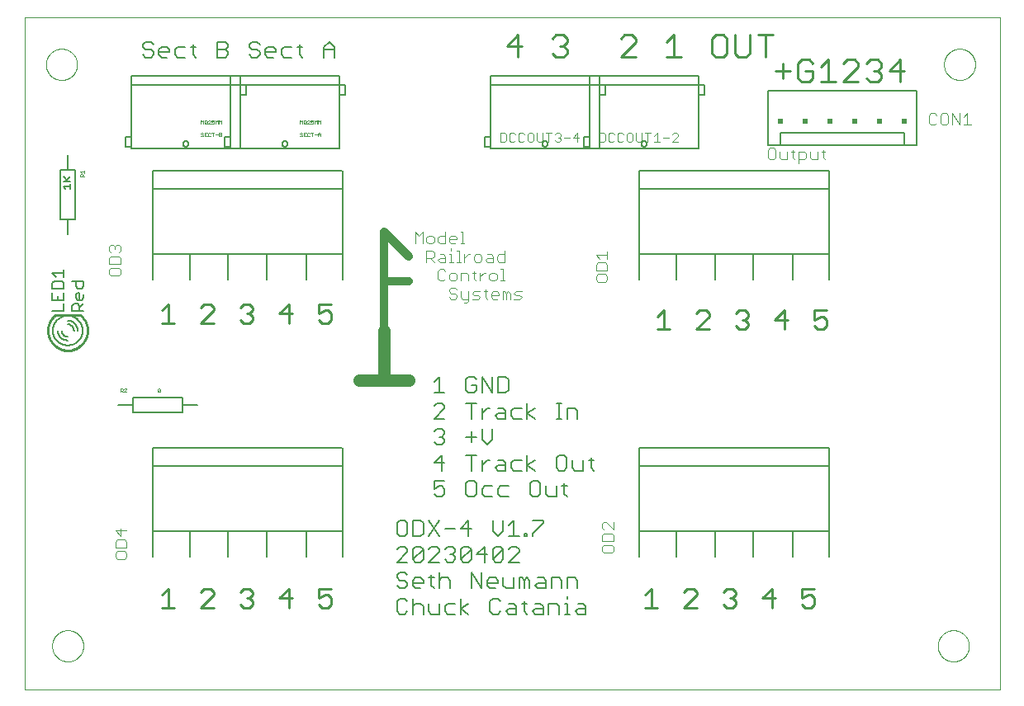
<source format=gto>
G75*
%MOIN*%
%OFA0B0*%
%FSLAX25Y25*%
%IPPOS*%
%LPD*%
%AMOC8*
5,1,8,0,0,1.08239X$1,22.5*
%
%ADD10C,0.00000*%
%ADD11C,0.00700*%
%ADD12C,0.01000*%
%ADD13C,0.00900*%
%ADD14C,0.00600*%
%ADD15C,0.00500*%
%ADD16C,0.00800*%
%ADD17C,0.00400*%
%ADD18C,0.00100*%
%ADD19R,0.02300X0.02300*%
%ADD20C,0.00300*%
%ADD21C,0.05000*%
%ADD22C,0.03200*%
D10*
X0001800Y0001800D02*
X0001800Y0273454D01*
X0395501Y0273454D01*
X0395501Y0001800D01*
X0001800Y0001800D01*
X0013001Y0019300D02*
X0013003Y0019458D01*
X0013009Y0019616D01*
X0013019Y0019774D01*
X0013033Y0019932D01*
X0013051Y0020089D01*
X0013072Y0020246D01*
X0013098Y0020402D01*
X0013128Y0020558D01*
X0013161Y0020713D01*
X0013199Y0020866D01*
X0013240Y0021019D01*
X0013285Y0021171D01*
X0013334Y0021322D01*
X0013387Y0021471D01*
X0013443Y0021619D01*
X0013503Y0021765D01*
X0013567Y0021910D01*
X0013635Y0022053D01*
X0013706Y0022195D01*
X0013780Y0022335D01*
X0013858Y0022472D01*
X0013940Y0022608D01*
X0014024Y0022742D01*
X0014113Y0022873D01*
X0014204Y0023002D01*
X0014299Y0023129D01*
X0014396Y0023254D01*
X0014497Y0023376D01*
X0014601Y0023495D01*
X0014708Y0023612D01*
X0014818Y0023726D01*
X0014931Y0023837D01*
X0015046Y0023946D01*
X0015164Y0024051D01*
X0015285Y0024153D01*
X0015408Y0024253D01*
X0015534Y0024349D01*
X0015662Y0024442D01*
X0015792Y0024532D01*
X0015925Y0024618D01*
X0016060Y0024702D01*
X0016196Y0024781D01*
X0016335Y0024858D01*
X0016476Y0024930D01*
X0016618Y0025000D01*
X0016762Y0025065D01*
X0016908Y0025127D01*
X0017055Y0025185D01*
X0017204Y0025240D01*
X0017354Y0025291D01*
X0017505Y0025338D01*
X0017657Y0025381D01*
X0017810Y0025420D01*
X0017965Y0025456D01*
X0018120Y0025487D01*
X0018276Y0025515D01*
X0018432Y0025539D01*
X0018589Y0025559D01*
X0018747Y0025575D01*
X0018904Y0025587D01*
X0019063Y0025595D01*
X0019221Y0025599D01*
X0019379Y0025599D01*
X0019537Y0025595D01*
X0019696Y0025587D01*
X0019853Y0025575D01*
X0020011Y0025559D01*
X0020168Y0025539D01*
X0020324Y0025515D01*
X0020480Y0025487D01*
X0020635Y0025456D01*
X0020790Y0025420D01*
X0020943Y0025381D01*
X0021095Y0025338D01*
X0021246Y0025291D01*
X0021396Y0025240D01*
X0021545Y0025185D01*
X0021692Y0025127D01*
X0021838Y0025065D01*
X0021982Y0025000D01*
X0022124Y0024930D01*
X0022265Y0024858D01*
X0022404Y0024781D01*
X0022540Y0024702D01*
X0022675Y0024618D01*
X0022808Y0024532D01*
X0022938Y0024442D01*
X0023066Y0024349D01*
X0023192Y0024253D01*
X0023315Y0024153D01*
X0023436Y0024051D01*
X0023554Y0023946D01*
X0023669Y0023837D01*
X0023782Y0023726D01*
X0023892Y0023612D01*
X0023999Y0023495D01*
X0024103Y0023376D01*
X0024204Y0023254D01*
X0024301Y0023129D01*
X0024396Y0023002D01*
X0024487Y0022873D01*
X0024576Y0022742D01*
X0024660Y0022608D01*
X0024742Y0022472D01*
X0024820Y0022335D01*
X0024894Y0022195D01*
X0024965Y0022053D01*
X0025033Y0021910D01*
X0025097Y0021765D01*
X0025157Y0021619D01*
X0025213Y0021471D01*
X0025266Y0021322D01*
X0025315Y0021171D01*
X0025360Y0021019D01*
X0025401Y0020866D01*
X0025439Y0020713D01*
X0025472Y0020558D01*
X0025502Y0020402D01*
X0025528Y0020246D01*
X0025549Y0020089D01*
X0025567Y0019932D01*
X0025581Y0019774D01*
X0025591Y0019616D01*
X0025597Y0019458D01*
X0025599Y0019300D01*
X0025597Y0019142D01*
X0025591Y0018984D01*
X0025581Y0018826D01*
X0025567Y0018668D01*
X0025549Y0018511D01*
X0025528Y0018354D01*
X0025502Y0018198D01*
X0025472Y0018042D01*
X0025439Y0017887D01*
X0025401Y0017734D01*
X0025360Y0017581D01*
X0025315Y0017429D01*
X0025266Y0017278D01*
X0025213Y0017129D01*
X0025157Y0016981D01*
X0025097Y0016835D01*
X0025033Y0016690D01*
X0024965Y0016547D01*
X0024894Y0016405D01*
X0024820Y0016265D01*
X0024742Y0016128D01*
X0024660Y0015992D01*
X0024576Y0015858D01*
X0024487Y0015727D01*
X0024396Y0015598D01*
X0024301Y0015471D01*
X0024204Y0015346D01*
X0024103Y0015224D01*
X0023999Y0015105D01*
X0023892Y0014988D01*
X0023782Y0014874D01*
X0023669Y0014763D01*
X0023554Y0014654D01*
X0023436Y0014549D01*
X0023315Y0014447D01*
X0023192Y0014347D01*
X0023066Y0014251D01*
X0022938Y0014158D01*
X0022808Y0014068D01*
X0022675Y0013982D01*
X0022540Y0013898D01*
X0022404Y0013819D01*
X0022265Y0013742D01*
X0022124Y0013670D01*
X0021982Y0013600D01*
X0021838Y0013535D01*
X0021692Y0013473D01*
X0021545Y0013415D01*
X0021396Y0013360D01*
X0021246Y0013309D01*
X0021095Y0013262D01*
X0020943Y0013219D01*
X0020790Y0013180D01*
X0020635Y0013144D01*
X0020480Y0013113D01*
X0020324Y0013085D01*
X0020168Y0013061D01*
X0020011Y0013041D01*
X0019853Y0013025D01*
X0019696Y0013013D01*
X0019537Y0013005D01*
X0019379Y0013001D01*
X0019221Y0013001D01*
X0019063Y0013005D01*
X0018904Y0013013D01*
X0018747Y0013025D01*
X0018589Y0013041D01*
X0018432Y0013061D01*
X0018276Y0013085D01*
X0018120Y0013113D01*
X0017965Y0013144D01*
X0017810Y0013180D01*
X0017657Y0013219D01*
X0017505Y0013262D01*
X0017354Y0013309D01*
X0017204Y0013360D01*
X0017055Y0013415D01*
X0016908Y0013473D01*
X0016762Y0013535D01*
X0016618Y0013600D01*
X0016476Y0013670D01*
X0016335Y0013742D01*
X0016196Y0013819D01*
X0016060Y0013898D01*
X0015925Y0013982D01*
X0015792Y0014068D01*
X0015662Y0014158D01*
X0015534Y0014251D01*
X0015408Y0014347D01*
X0015285Y0014447D01*
X0015164Y0014549D01*
X0015046Y0014654D01*
X0014931Y0014763D01*
X0014818Y0014874D01*
X0014708Y0014988D01*
X0014601Y0015105D01*
X0014497Y0015224D01*
X0014396Y0015346D01*
X0014299Y0015471D01*
X0014204Y0015598D01*
X0014113Y0015727D01*
X0014024Y0015858D01*
X0013940Y0015992D01*
X0013858Y0016128D01*
X0013780Y0016265D01*
X0013706Y0016405D01*
X0013635Y0016547D01*
X0013567Y0016690D01*
X0013503Y0016835D01*
X0013443Y0016981D01*
X0013387Y0017129D01*
X0013334Y0017278D01*
X0013285Y0017429D01*
X0013240Y0017581D01*
X0013199Y0017734D01*
X0013161Y0017887D01*
X0013128Y0018042D01*
X0013098Y0018198D01*
X0013072Y0018354D01*
X0013051Y0018511D01*
X0013033Y0018668D01*
X0013019Y0018826D01*
X0013009Y0018984D01*
X0013003Y0019142D01*
X0013001Y0019300D01*
X0010501Y0254300D02*
X0010503Y0254458D01*
X0010509Y0254616D01*
X0010519Y0254774D01*
X0010533Y0254932D01*
X0010551Y0255089D01*
X0010572Y0255246D01*
X0010598Y0255402D01*
X0010628Y0255558D01*
X0010661Y0255713D01*
X0010699Y0255866D01*
X0010740Y0256019D01*
X0010785Y0256171D01*
X0010834Y0256322D01*
X0010887Y0256471D01*
X0010943Y0256619D01*
X0011003Y0256765D01*
X0011067Y0256910D01*
X0011135Y0257053D01*
X0011206Y0257195D01*
X0011280Y0257335D01*
X0011358Y0257472D01*
X0011440Y0257608D01*
X0011524Y0257742D01*
X0011613Y0257873D01*
X0011704Y0258002D01*
X0011799Y0258129D01*
X0011896Y0258254D01*
X0011997Y0258376D01*
X0012101Y0258495D01*
X0012208Y0258612D01*
X0012318Y0258726D01*
X0012431Y0258837D01*
X0012546Y0258946D01*
X0012664Y0259051D01*
X0012785Y0259153D01*
X0012908Y0259253D01*
X0013034Y0259349D01*
X0013162Y0259442D01*
X0013292Y0259532D01*
X0013425Y0259618D01*
X0013560Y0259702D01*
X0013696Y0259781D01*
X0013835Y0259858D01*
X0013976Y0259930D01*
X0014118Y0260000D01*
X0014262Y0260065D01*
X0014408Y0260127D01*
X0014555Y0260185D01*
X0014704Y0260240D01*
X0014854Y0260291D01*
X0015005Y0260338D01*
X0015157Y0260381D01*
X0015310Y0260420D01*
X0015465Y0260456D01*
X0015620Y0260487D01*
X0015776Y0260515D01*
X0015932Y0260539D01*
X0016089Y0260559D01*
X0016247Y0260575D01*
X0016404Y0260587D01*
X0016563Y0260595D01*
X0016721Y0260599D01*
X0016879Y0260599D01*
X0017037Y0260595D01*
X0017196Y0260587D01*
X0017353Y0260575D01*
X0017511Y0260559D01*
X0017668Y0260539D01*
X0017824Y0260515D01*
X0017980Y0260487D01*
X0018135Y0260456D01*
X0018290Y0260420D01*
X0018443Y0260381D01*
X0018595Y0260338D01*
X0018746Y0260291D01*
X0018896Y0260240D01*
X0019045Y0260185D01*
X0019192Y0260127D01*
X0019338Y0260065D01*
X0019482Y0260000D01*
X0019624Y0259930D01*
X0019765Y0259858D01*
X0019904Y0259781D01*
X0020040Y0259702D01*
X0020175Y0259618D01*
X0020308Y0259532D01*
X0020438Y0259442D01*
X0020566Y0259349D01*
X0020692Y0259253D01*
X0020815Y0259153D01*
X0020936Y0259051D01*
X0021054Y0258946D01*
X0021169Y0258837D01*
X0021282Y0258726D01*
X0021392Y0258612D01*
X0021499Y0258495D01*
X0021603Y0258376D01*
X0021704Y0258254D01*
X0021801Y0258129D01*
X0021896Y0258002D01*
X0021987Y0257873D01*
X0022076Y0257742D01*
X0022160Y0257608D01*
X0022242Y0257472D01*
X0022320Y0257335D01*
X0022394Y0257195D01*
X0022465Y0257053D01*
X0022533Y0256910D01*
X0022597Y0256765D01*
X0022657Y0256619D01*
X0022713Y0256471D01*
X0022766Y0256322D01*
X0022815Y0256171D01*
X0022860Y0256019D01*
X0022901Y0255866D01*
X0022939Y0255713D01*
X0022972Y0255558D01*
X0023002Y0255402D01*
X0023028Y0255246D01*
X0023049Y0255089D01*
X0023067Y0254932D01*
X0023081Y0254774D01*
X0023091Y0254616D01*
X0023097Y0254458D01*
X0023099Y0254300D01*
X0023097Y0254142D01*
X0023091Y0253984D01*
X0023081Y0253826D01*
X0023067Y0253668D01*
X0023049Y0253511D01*
X0023028Y0253354D01*
X0023002Y0253198D01*
X0022972Y0253042D01*
X0022939Y0252887D01*
X0022901Y0252734D01*
X0022860Y0252581D01*
X0022815Y0252429D01*
X0022766Y0252278D01*
X0022713Y0252129D01*
X0022657Y0251981D01*
X0022597Y0251835D01*
X0022533Y0251690D01*
X0022465Y0251547D01*
X0022394Y0251405D01*
X0022320Y0251265D01*
X0022242Y0251128D01*
X0022160Y0250992D01*
X0022076Y0250858D01*
X0021987Y0250727D01*
X0021896Y0250598D01*
X0021801Y0250471D01*
X0021704Y0250346D01*
X0021603Y0250224D01*
X0021499Y0250105D01*
X0021392Y0249988D01*
X0021282Y0249874D01*
X0021169Y0249763D01*
X0021054Y0249654D01*
X0020936Y0249549D01*
X0020815Y0249447D01*
X0020692Y0249347D01*
X0020566Y0249251D01*
X0020438Y0249158D01*
X0020308Y0249068D01*
X0020175Y0248982D01*
X0020040Y0248898D01*
X0019904Y0248819D01*
X0019765Y0248742D01*
X0019624Y0248670D01*
X0019482Y0248600D01*
X0019338Y0248535D01*
X0019192Y0248473D01*
X0019045Y0248415D01*
X0018896Y0248360D01*
X0018746Y0248309D01*
X0018595Y0248262D01*
X0018443Y0248219D01*
X0018290Y0248180D01*
X0018135Y0248144D01*
X0017980Y0248113D01*
X0017824Y0248085D01*
X0017668Y0248061D01*
X0017511Y0248041D01*
X0017353Y0248025D01*
X0017196Y0248013D01*
X0017037Y0248005D01*
X0016879Y0248001D01*
X0016721Y0248001D01*
X0016563Y0248005D01*
X0016404Y0248013D01*
X0016247Y0248025D01*
X0016089Y0248041D01*
X0015932Y0248061D01*
X0015776Y0248085D01*
X0015620Y0248113D01*
X0015465Y0248144D01*
X0015310Y0248180D01*
X0015157Y0248219D01*
X0015005Y0248262D01*
X0014854Y0248309D01*
X0014704Y0248360D01*
X0014555Y0248415D01*
X0014408Y0248473D01*
X0014262Y0248535D01*
X0014118Y0248600D01*
X0013976Y0248670D01*
X0013835Y0248742D01*
X0013696Y0248819D01*
X0013560Y0248898D01*
X0013425Y0248982D01*
X0013292Y0249068D01*
X0013162Y0249158D01*
X0013034Y0249251D01*
X0012908Y0249347D01*
X0012785Y0249447D01*
X0012664Y0249549D01*
X0012546Y0249654D01*
X0012431Y0249763D01*
X0012318Y0249874D01*
X0012208Y0249988D01*
X0012101Y0250105D01*
X0011997Y0250224D01*
X0011896Y0250346D01*
X0011799Y0250471D01*
X0011704Y0250598D01*
X0011613Y0250727D01*
X0011524Y0250858D01*
X0011440Y0250992D01*
X0011358Y0251128D01*
X0011280Y0251265D01*
X0011206Y0251405D01*
X0011135Y0251547D01*
X0011067Y0251690D01*
X0011003Y0251835D01*
X0010943Y0251981D01*
X0010887Y0252129D01*
X0010834Y0252278D01*
X0010785Y0252429D01*
X0010740Y0252581D01*
X0010699Y0252734D01*
X0010661Y0252887D01*
X0010628Y0253042D01*
X0010598Y0253198D01*
X0010572Y0253354D01*
X0010551Y0253511D01*
X0010533Y0253668D01*
X0010519Y0253826D01*
X0010509Y0253984D01*
X0010503Y0254142D01*
X0010501Y0254300D01*
X0370501Y0019300D02*
X0370503Y0019458D01*
X0370509Y0019616D01*
X0370519Y0019774D01*
X0370533Y0019932D01*
X0370551Y0020089D01*
X0370572Y0020246D01*
X0370598Y0020402D01*
X0370628Y0020558D01*
X0370661Y0020713D01*
X0370699Y0020866D01*
X0370740Y0021019D01*
X0370785Y0021171D01*
X0370834Y0021322D01*
X0370887Y0021471D01*
X0370943Y0021619D01*
X0371003Y0021765D01*
X0371067Y0021910D01*
X0371135Y0022053D01*
X0371206Y0022195D01*
X0371280Y0022335D01*
X0371358Y0022472D01*
X0371440Y0022608D01*
X0371524Y0022742D01*
X0371613Y0022873D01*
X0371704Y0023002D01*
X0371799Y0023129D01*
X0371896Y0023254D01*
X0371997Y0023376D01*
X0372101Y0023495D01*
X0372208Y0023612D01*
X0372318Y0023726D01*
X0372431Y0023837D01*
X0372546Y0023946D01*
X0372664Y0024051D01*
X0372785Y0024153D01*
X0372908Y0024253D01*
X0373034Y0024349D01*
X0373162Y0024442D01*
X0373292Y0024532D01*
X0373425Y0024618D01*
X0373560Y0024702D01*
X0373696Y0024781D01*
X0373835Y0024858D01*
X0373976Y0024930D01*
X0374118Y0025000D01*
X0374262Y0025065D01*
X0374408Y0025127D01*
X0374555Y0025185D01*
X0374704Y0025240D01*
X0374854Y0025291D01*
X0375005Y0025338D01*
X0375157Y0025381D01*
X0375310Y0025420D01*
X0375465Y0025456D01*
X0375620Y0025487D01*
X0375776Y0025515D01*
X0375932Y0025539D01*
X0376089Y0025559D01*
X0376247Y0025575D01*
X0376404Y0025587D01*
X0376563Y0025595D01*
X0376721Y0025599D01*
X0376879Y0025599D01*
X0377037Y0025595D01*
X0377196Y0025587D01*
X0377353Y0025575D01*
X0377511Y0025559D01*
X0377668Y0025539D01*
X0377824Y0025515D01*
X0377980Y0025487D01*
X0378135Y0025456D01*
X0378290Y0025420D01*
X0378443Y0025381D01*
X0378595Y0025338D01*
X0378746Y0025291D01*
X0378896Y0025240D01*
X0379045Y0025185D01*
X0379192Y0025127D01*
X0379338Y0025065D01*
X0379482Y0025000D01*
X0379624Y0024930D01*
X0379765Y0024858D01*
X0379904Y0024781D01*
X0380040Y0024702D01*
X0380175Y0024618D01*
X0380308Y0024532D01*
X0380438Y0024442D01*
X0380566Y0024349D01*
X0380692Y0024253D01*
X0380815Y0024153D01*
X0380936Y0024051D01*
X0381054Y0023946D01*
X0381169Y0023837D01*
X0381282Y0023726D01*
X0381392Y0023612D01*
X0381499Y0023495D01*
X0381603Y0023376D01*
X0381704Y0023254D01*
X0381801Y0023129D01*
X0381896Y0023002D01*
X0381987Y0022873D01*
X0382076Y0022742D01*
X0382160Y0022608D01*
X0382242Y0022472D01*
X0382320Y0022335D01*
X0382394Y0022195D01*
X0382465Y0022053D01*
X0382533Y0021910D01*
X0382597Y0021765D01*
X0382657Y0021619D01*
X0382713Y0021471D01*
X0382766Y0021322D01*
X0382815Y0021171D01*
X0382860Y0021019D01*
X0382901Y0020866D01*
X0382939Y0020713D01*
X0382972Y0020558D01*
X0383002Y0020402D01*
X0383028Y0020246D01*
X0383049Y0020089D01*
X0383067Y0019932D01*
X0383081Y0019774D01*
X0383091Y0019616D01*
X0383097Y0019458D01*
X0383099Y0019300D01*
X0383097Y0019142D01*
X0383091Y0018984D01*
X0383081Y0018826D01*
X0383067Y0018668D01*
X0383049Y0018511D01*
X0383028Y0018354D01*
X0383002Y0018198D01*
X0382972Y0018042D01*
X0382939Y0017887D01*
X0382901Y0017734D01*
X0382860Y0017581D01*
X0382815Y0017429D01*
X0382766Y0017278D01*
X0382713Y0017129D01*
X0382657Y0016981D01*
X0382597Y0016835D01*
X0382533Y0016690D01*
X0382465Y0016547D01*
X0382394Y0016405D01*
X0382320Y0016265D01*
X0382242Y0016128D01*
X0382160Y0015992D01*
X0382076Y0015858D01*
X0381987Y0015727D01*
X0381896Y0015598D01*
X0381801Y0015471D01*
X0381704Y0015346D01*
X0381603Y0015224D01*
X0381499Y0015105D01*
X0381392Y0014988D01*
X0381282Y0014874D01*
X0381169Y0014763D01*
X0381054Y0014654D01*
X0380936Y0014549D01*
X0380815Y0014447D01*
X0380692Y0014347D01*
X0380566Y0014251D01*
X0380438Y0014158D01*
X0380308Y0014068D01*
X0380175Y0013982D01*
X0380040Y0013898D01*
X0379904Y0013819D01*
X0379765Y0013742D01*
X0379624Y0013670D01*
X0379482Y0013600D01*
X0379338Y0013535D01*
X0379192Y0013473D01*
X0379045Y0013415D01*
X0378896Y0013360D01*
X0378746Y0013309D01*
X0378595Y0013262D01*
X0378443Y0013219D01*
X0378290Y0013180D01*
X0378135Y0013144D01*
X0377980Y0013113D01*
X0377824Y0013085D01*
X0377668Y0013061D01*
X0377511Y0013041D01*
X0377353Y0013025D01*
X0377196Y0013013D01*
X0377037Y0013005D01*
X0376879Y0013001D01*
X0376721Y0013001D01*
X0376563Y0013005D01*
X0376404Y0013013D01*
X0376247Y0013025D01*
X0376089Y0013041D01*
X0375932Y0013061D01*
X0375776Y0013085D01*
X0375620Y0013113D01*
X0375465Y0013144D01*
X0375310Y0013180D01*
X0375157Y0013219D01*
X0375005Y0013262D01*
X0374854Y0013309D01*
X0374704Y0013360D01*
X0374555Y0013415D01*
X0374408Y0013473D01*
X0374262Y0013535D01*
X0374118Y0013600D01*
X0373976Y0013670D01*
X0373835Y0013742D01*
X0373696Y0013819D01*
X0373560Y0013898D01*
X0373425Y0013982D01*
X0373292Y0014068D01*
X0373162Y0014158D01*
X0373034Y0014251D01*
X0372908Y0014347D01*
X0372785Y0014447D01*
X0372664Y0014549D01*
X0372546Y0014654D01*
X0372431Y0014763D01*
X0372318Y0014874D01*
X0372208Y0014988D01*
X0372101Y0015105D01*
X0371997Y0015224D01*
X0371896Y0015346D01*
X0371799Y0015471D01*
X0371704Y0015598D01*
X0371613Y0015727D01*
X0371524Y0015858D01*
X0371440Y0015992D01*
X0371358Y0016128D01*
X0371280Y0016265D01*
X0371206Y0016405D01*
X0371135Y0016547D01*
X0371067Y0016690D01*
X0371003Y0016835D01*
X0370943Y0016981D01*
X0370887Y0017129D01*
X0370834Y0017278D01*
X0370785Y0017429D01*
X0370740Y0017581D01*
X0370699Y0017734D01*
X0370661Y0017887D01*
X0370628Y0018042D01*
X0370598Y0018198D01*
X0370572Y0018354D01*
X0370551Y0018511D01*
X0370533Y0018668D01*
X0370519Y0018826D01*
X0370509Y0018984D01*
X0370503Y0019142D01*
X0370501Y0019300D01*
X0373001Y0254300D02*
X0373003Y0254458D01*
X0373009Y0254616D01*
X0373019Y0254774D01*
X0373033Y0254932D01*
X0373051Y0255089D01*
X0373072Y0255246D01*
X0373098Y0255402D01*
X0373128Y0255558D01*
X0373161Y0255713D01*
X0373199Y0255866D01*
X0373240Y0256019D01*
X0373285Y0256171D01*
X0373334Y0256322D01*
X0373387Y0256471D01*
X0373443Y0256619D01*
X0373503Y0256765D01*
X0373567Y0256910D01*
X0373635Y0257053D01*
X0373706Y0257195D01*
X0373780Y0257335D01*
X0373858Y0257472D01*
X0373940Y0257608D01*
X0374024Y0257742D01*
X0374113Y0257873D01*
X0374204Y0258002D01*
X0374299Y0258129D01*
X0374396Y0258254D01*
X0374497Y0258376D01*
X0374601Y0258495D01*
X0374708Y0258612D01*
X0374818Y0258726D01*
X0374931Y0258837D01*
X0375046Y0258946D01*
X0375164Y0259051D01*
X0375285Y0259153D01*
X0375408Y0259253D01*
X0375534Y0259349D01*
X0375662Y0259442D01*
X0375792Y0259532D01*
X0375925Y0259618D01*
X0376060Y0259702D01*
X0376196Y0259781D01*
X0376335Y0259858D01*
X0376476Y0259930D01*
X0376618Y0260000D01*
X0376762Y0260065D01*
X0376908Y0260127D01*
X0377055Y0260185D01*
X0377204Y0260240D01*
X0377354Y0260291D01*
X0377505Y0260338D01*
X0377657Y0260381D01*
X0377810Y0260420D01*
X0377965Y0260456D01*
X0378120Y0260487D01*
X0378276Y0260515D01*
X0378432Y0260539D01*
X0378589Y0260559D01*
X0378747Y0260575D01*
X0378904Y0260587D01*
X0379063Y0260595D01*
X0379221Y0260599D01*
X0379379Y0260599D01*
X0379537Y0260595D01*
X0379696Y0260587D01*
X0379853Y0260575D01*
X0380011Y0260559D01*
X0380168Y0260539D01*
X0380324Y0260515D01*
X0380480Y0260487D01*
X0380635Y0260456D01*
X0380790Y0260420D01*
X0380943Y0260381D01*
X0381095Y0260338D01*
X0381246Y0260291D01*
X0381396Y0260240D01*
X0381545Y0260185D01*
X0381692Y0260127D01*
X0381838Y0260065D01*
X0381982Y0260000D01*
X0382124Y0259930D01*
X0382265Y0259858D01*
X0382404Y0259781D01*
X0382540Y0259702D01*
X0382675Y0259618D01*
X0382808Y0259532D01*
X0382938Y0259442D01*
X0383066Y0259349D01*
X0383192Y0259253D01*
X0383315Y0259153D01*
X0383436Y0259051D01*
X0383554Y0258946D01*
X0383669Y0258837D01*
X0383782Y0258726D01*
X0383892Y0258612D01*
X0383999Y0258495D01*
X0384103Y0258376D01*
X0384204Y0258254D01*
X0384301Y0258129D01*
X0384396Y0258002D01*
X0384487Y0257873D01*
X0384576Y0257742D01*
X0384660Y0257608D01*
X0384742Y0257472D01*
X0384820Y0257335D01*
X0384894Y0257195D01*
X0384965Y0257053D01*
X0385033Y0256910D01*
X0385097Y0256765D01*
X0385157Y0256619D01*
X0385213Y0256471D01*
X0385266Y0256322D01*
X0385315Y0256171D01*
X0385360Y0256019D01*
X0385401Y0255866D01*
X0385439Y0255713D01*
X0385472Y0255558D01*
X0385502Y0255402D01*
X0385528Y0255246D01*
X0385549Y0255089D01*
X0385567Y0254932D01*
X0385581Y0254774D01*
X0385591Y0254616D01*
X0385597Y0254458D01*
X0385599Y0254300D01*
X0385597Y0254142D01*
X0385591Y0253984D01*
X0385581Y0253826D01*
X0385567Y0253668D01*
X0385549Y0253511D01*
X0385528Y0253354D01*
X0385502Y0253198D01*
X0385472Y0253042D01*
X0385439Y0252887D01*
X0385401Y0252734D01*
X0385360Y0252581D01*
X0385315Y0252429D01*
X0385266Y0252278D01*
X0385213Y0252129D01*
X0385157Y0251981D01*
X0385097Y0251835D01*
X0385033Y0251690D01*
X0384965Y0251547D01*
X0384894Y0251405D01*
X0384820Y0251265D01*
X0384742Y0251128D01*
X0384660Y0250992D01*
X0384576Y0250858D01*
X0384487Y0250727D01*
X0384396Y0250598D01*
X0384301Y0250471D01*
X0384204Y0250346D01*
X0384103Y0250224D01*
X0383999Y0250105D01*
X0383892Y0249988D01*
X0383782Y0249874D01*
X0383669Y0249763D01*
X0383554Y0249654D01*
X0383436Y0249549D01*
X0383315Y0249447D01*
X0383192Y0249347D01*
X0383066Y0249251D01*
X0382938Y0249158D01*
X0382808Y0249068D01*
X0382675Y0248982D01*
X0382540Y0248898D01*
X0382404Y0248819D01*
X0382265Y0248742D01*
X0382124Y0248670D01*
X0381982Y0248600D01*
X0381838Y0248535D01*
X0381692Y0248473D01*
X0381545Y0248415D01*
X0381396Y0248360D01*
X0381246Y0248309D01*
X0381095Y0248262D01*
X0380943Y0248219D01*
X0380790Y0248180D01*
X0380635Y0248144D01*
X0380480Y0248113D01*
X0380324Y0248085D01*
X0380168Y0248061D01*
X0380011Y0248041D01*
X0379853Y0248025D01*
X0379696Y0248013D01*
X0379537Y0248005D01*
X0379379Y0248001D01*
X0379221Y0248001D01*
X0379063Y0248005D01*
X0378904Y0248013D01*
X0378747Y0248025D01*
X0378589Y0248041D01*
X0378432Y0248061D01*
X0378276Y0248085D01*
X0378120Y0248113D01*
X0377965Y0248144D01*
X0377810Y0248180D01*
X0377657Y0248219D01*
X0377505Y0248262D01*
X0377354Y0248309D01*
X0377204Y0248360D01*
X0377055Y0248415D01*
X0376908Y0248473D01*
X0376762Y0248535D01*
X0376618Y0248600D01*
X0376476Y0248670D01*
X0376335Y0248742D01*
X0376196Y0248819D01*
X0376060Y0248898D01*
X0375925Y0248982D01*
X0375792Y0249068D01*
X0375662Y0249158D01*
X0375534Y0249251D01*
X0375408Y0249347D01*
X0375285Y0249447D01*
X0375164Y0249549D01*
X0375046Y0249654D01*
X0374931Y0249763D01*
X0374818Y0249874D01*
X0374708Y0249988D01*
X0374601Y0250105D01*
X0374497Y0250224D01*
X0374396Y0250346D01*
X0374299Y0250471D01*
X0374204Y0250598D01*
X0374113Y0250727D01*
X0374024Y0250858D01*
X0373940Y0250992D01*
X0373858Y0251128D01*
X0373780Y0251265D01*
X0373706Y0251405D01*
X0373635Y0251547D01*
X0373567Y0251690D01*
X0373503Y0251835D01*
X0373443Y0251981D01*
X0373387Y0252129D01*
X0373334Y0252278D01*
X0373285Y0252429D01*
X0373240Y0252581D01*
X0373199Y0252734D01*
X0373161Y0252887D01*
X0373128Y0253042D01*
X0373098Y0253198D01*
X0373072Y0253354D01*
X0373051Y0253511D01*
X0373033Y0253668D01*
X0373019Y0253826D01*
X0373009Y0253984D01*
X0373003Y0254142D01*
X0373001Y0254300D01*
D11*
X0197136Y0126904D02*
X0196085Y0127955D01*
X0192932Y0127955D01*
X0192932Y0121650D01*
X0196085Y0121650D01*
X0197136Y0122701D01*
X0197136Y0126904D01*
X0190690Y0127955D02*
X0190690Y0121650D01*
X0186486Y0127955D01*
X0186486Y0121650D01*
X0184245Y0122701D02*
X0184245Y0124803D01*
X0182143Y0124803D01*
X0184245Y0126904D02*
X0183194Y0127955D01*
X0181092Y0127955D01*
X0180041Y0126904D01*
X0180041Y0122701D01*
X0181092Y0121650D01*
X0183194Y0121650D01*
X0184245Y0122701D01*
X0184245Y0117455D02*
X0180041Y0117455D01*
X0182143Y0117455D02*
X0182143Y0111150D01*
X0186486Y0111150D02*
X0186486Y0115354D01*
X0186486Y0113252D02*
X0188588Y0115354D01*
X0189639Y0115354D01*
X0192909Y0115354D02*
X0195010Y0115354D01*
X0196061Y0114303D01*
X0196061Y0111150D01*
X0192909Y0111150D01*
X0191858Y0112201D01*
X0192909Y0113252D01*
X0196061Y0113252D01*
X0198303Y0114303D02*
X0198303Y0112201D01*
X0199354Y0111150D01*
X0202507Y0111150D01*
X0204749Y0111150D02*
X0204749Y0117455D01*
X0202507Y0115354D02*
X0199354Y0115354D01*
X0198303Y0114303D01*
X0204749Y0113252D02*
X0207901Y0115354D01*
X0204749Y0113252D02*
X0207901Y0111150D01*
X0216565Y0111150D02*
X0218667Y0111150D01*
X0217616Y0111150D02*
X0217616Y0117455D01*
X0216565Y0117455D02*
X0218667Y0117455D01*
X0220862Y0115354D02*
X0224015Y0115354D01*
X0225066Y0114303D01*
X0225066Y0111150D01*
X0220862Y0111150D02*
X0220862Y0115354D01*
X0219718Y0096455D02*
X0217616Y0096455D01*
X0216565Y0095404D01*
X0216565Y0091201D01*
X0217616Y0090150D01*
X0219718Y0090150D01*
X0220769Y0091201D01*
X0220769Y0095404D01*
X0219718Y0096455D01*
X0223011Y0094354D02*
X0223011Y0091201D01*
X0224062Y0090150D01*
X0227215Y0090150D01*
X0227215Y0094354D01*
X0229456Y0094354D02*
X0231558Y0094354D01*
X0230507Y0095404D02*
X0230507Y0091201D01*
X0231558Y0090150D01*
X0220816Y0083854D02*
X0218714Y0083854D01*
X0219765Y0084904D02*
X0219765Y0080701D01*
X0220816Y0079650D01*
X0216472Y0079650D02*
X0216472Y0083854D01*
X0212268Y0083854D02*
X0212268Y0080701D01*
X0213319Y0079650D01*
X0216472Y0079650D01*
X0210027Y0080701D02*
X0210027Y0084904D01*
X0208976Y0085955D01*
X0206874Y0085955D01*
X0205823Y0084904D01*
X0205823Y0080701D01*
X0206874Y0079650D01*
X0208976Y0079650D01*
X0210027Y0080701D01*
X0207901Y0090150D02*
X0204749Y0092252D01*
X0207901Y0094354D01*
X0204749Y0096455D02*
X0204749Y0090150D01*
X0202507Y0090150D02*
X0199354Y0090150D01*
X0198303Y0091201D01*
X0198303Y0093303D01*
X0199354Y0094354D01*
X0202507Y0094354D01*
X0196061Y0093303D02*
X0196061Y0090150D01*
X0192909Y0090150D01*
X0191858Y0091201D01*
X0192909Y0092252D01*
X0196061Y0092252D01*
X0196061Y0093303D02*
X0195010Y0094354D01*
X0192909Y0094354D01*
X0189639Y0094354D02*
X0188588Y0094354D01*
X0186486Y0092252D01*
X0186486Y0090150D02*
X0186486Y0094354D01*
X0184245Y0096455D02*
X0180041Y0096455D01*
X0182143Y0096455D02*
X0182143Y0090150D01*
X0183194Y0085955D02*
X0184245Y0084904D01*
X0184245Y0080701D01*
X0183194Y0079650D01*
X0181092Y0079650D01*
X0180041Y0080701D01*
X0180041Y0084904D01*
X0181092Y0085955D01*
X0183194Y0085955D01*
X0186486Y0082803D02*
X0186486Y0080701D01*
X0187537Y0079650D01*
X0190690Y0079650D01*
X0192932Y0080701D02*
X0192932Y0082803D01*
X0193983Y0083854D01*
X0197136Y0083854D01*
X0197136Y0079650D02*
X0193983Y0079650D01*
X0192932Y0080701D01*
X0190690Y0083854D02*
X0187537Y0083854D01*
X0186486Y0082803D01*
X0171354Y0082803D02*
X0171354Y0080701D01*
X0170303Y0079650D01*
X0168201Y0079650D01*
X0167150Y0080701D01*
X0167150Y0082803D02*
X0169252Y0083854D01*
X0170303Y0083854D01*
X0171354Y0082803D01*
X0171354Y0085955D02*
X0167150Y0085955D01*
X0167150Y0082803D01*
X0170303Y0090150D02*
X0170303Y0096455D01*
X0167150Y0093303D01*
X0171354Y0093303D01*
X0170303Y0100650D02*
X0168201Y0100650D01*
X0167150Y0101701D01*
X0169252Y0103803D02*
X0170303Y0103803D01*
X0171354Y0102752D01*
X0171354Y0101701D01*
X0170303Y0100650D01*
X0170303Y0103803D02*
X0171354Y0104854D01*
X0171354Y0105904D01*
X0170303Y0106955D01*
X0168201Y0106955D01*
X0167150Y0105904D01*
X0167150Y0111150D02*
X0171354Y0115354D01*
X0171354Y0116404D01*
X0170303Y0117455D01*
X0168201Y0117455D01*
X0167150Y0116404D01*
X0167150Y0121650D02*
X0171354Y0121650D01*
X0169252Y0121650D02*
X0169252Y0127955D01*
X0167150Y0125854D01*
X0167150Y0111150D02*
X0171354Y0111150D01*
X0180041Y0103803D02*
X0184245Y0103803D01*
X0186486Y0102752D02*
X0188588Y0100650D01*
X0190690Y0102752D01*
X0190690Y0106955D01*
X0186486Y0106955D02*
X0186486Y0102752D01*
X0182143Y0101701D02*
X0182143Y0105904D01*
X0181085Y0069955D02*
X0177932Y0066803D01*
X0182136Y0066803D01*
X0181085Y0069955D02*
X0181085Y0063650D01*
X0175690Y0066803D02*
X0171486Y0066803D01*
X0169245Y0069955D02*
X0165041Y0063650D01*
X0162799Y0064701D02*
X0162799Y0068904D01*
X0161748Y0069955D01*
X0158595Y0069955D01*
X0158595Y0063650D01*
X0161748Y0063650D01*
X0162799Y0064701D01*
X0156354Y0064701D02*
X0156354Y0068904D01*
X0155303Y0069955D01*
X0153201Y0069955D01*
X0152150Y0068904D01*
X0152150Y0064701D01*
X0153201Y0063650D01*
X0155303Y0063650D01*
X0156354Y0064701D01*
X0155303Y0059455D02*
X0153201Y0059455D01*
X0152150Y0058404D01*
X0155303Y0059455D02*
X0156354Y0058404D01*
X0156354Y0057354D01*
X0152150Y0053150D01*
X0156354Y0053150D01*
X0158595Y0054201D02*
X0162799Y0058404D01*
X0162799Y0054201D01*
X0161748Y0053150D01*
X0159646Y0053150D01*
X0158595Y0054201D01*
X0158595Y0058404D01*
X0159646Y0059455D01*
X0161748Y0059455D01*
X0162799Y0058404D01*
X0165041Y0058404D02*
X0166092Y0059455D01*
X0168194Y0059455D01*
X0169245Y0058404D01*
X0169245Y0057354D01*
X0165041Y0053150D01*
X0169245Y0053150D01*
X0171486Y0054201D02*
X0172537Y0053150D01*
X0174639Y0053150D01*
X0175690Y0054201D01*
X0175690Y0055252D01*
X0174639Y0056303D01*
X0173588Y0056303D01*
X0174639Y0056303D02*
X0175690Y0057354D01*
X0175690Y0058404D01*
X0174639Y0059455D01*
X0172537Y0059455D01*
X0171486Y0058404D01*
X0177932Y0058404D02*
X0178983Y0059455D01*
X0181085Y0059455D01*
X0182136Y0058404D01*
X0177932Y0054201D01*
X0178983Y0053150D01*
X0181085Y0053150D01*
X0182136Y0054201D01*
X0182136Y0058404D01*
X0184377Y0056303D02*
X0188581Y0056303D01*
X0190823Y0058404D02*
X0190823Y0054201D01*
X0195027Y0058404D01*
X0195027Y0054201D01*
X0193976Y0053150D01*
X0191874Y0053150D01*
X0190823Y0054201D01*
X0187530Y0053150D02*
X0187530Y0059455D01*
X0184377Y0056303D01*
X0190823Y0058404D02*
X0191874Y0059455D01*
X0193976Y0059455D01*
X0195027Y0058404D01*
X0197268Y0058404D02*
X0198319Y0059455D01*
X0200421Y0059455D01*
X0201472Y0058404D01*
X0201472Y0057354D01*
X0197268Y0053150D01*
X0201472Y0053150D01*
X0201565Y0046854D02*
X0202616Y0046854D01*
X0203667Y0045803D01*
X0204718Y0046854D01*
X0205769Y0045803D01*
X0205769Y0042650D01*
X0203667Y0042650D02*
X0203667Y0045803D01*
X0201565Y0046854D02*
X0201565Y0042650D01*
X0199324Y0042650D02*
X0199324Y0046854D01*
X0199324Y0042650D02*
X0196171Y0042650D01*
X0195120Y0043701D01*
X0195120Y0046854D01*
X0192878Y0045803D02*
X0191827Y0046854D01*
X0189725Y0046854D01*
X0188674Y0045803D01*
X0188674Y0043701D01*
X0189725Y0042650D01*
X0191827Y0042650D01*
X0192878Y0044752D02*
X0188674Y0044752D01*
X0186433Y0042650D02*
X0186433Y0048955D01*
X0182229Y0048955D02*
X0186433Y0042650D01*
X0182229Y0042650D02*
X0182229Y0048955D01*
X0177932Y0054201D02*
X0177932Y0058404D01*
X0169245Y0063650D02*
X0165041Y0069955D01*
X0190823Y0069955D02*
X0190823Y0065752D01*
X0192925Y0063650D01*
X0195027Y0065752D01*
X0195027Y0069955D01*
X0197268Y0067854D02*
X0199370Y0069955D01*
X0199370Y0063650D01*
X0197268Y0063650D02*
X0201472Y0063650D01*
X0203714Y0063650D02*
X0204765Y0063650D01*
X0204765Y0064701D01*
X0203714Y0064701D01*
X0203714Y0063650D01*
X0206937Y0063650D02*
X0206937Y0064701D01*
X0211140Y0068904D01*
X0211140Y0069955D01*
X0206937Y0069955D01*
X0209062Y0046854D02*
X0211164Y0046854D01*
X0212215Y0045803D01*
X0212215Y0042650D01*
X0209062Y0042650D01*
X0208011Y0043701D01*
X0209062Y0044752D01*
X0212215Y0044752D01*
X0214456Y0042650D02*
X0214456Y0046854D01*
X0217609Y0046854D01*
X0218660Y0045803D01*
X0218660Y0042650D01*
X0220902Y0042650D02*
X0220902Y0046854D01*
X0224055Y0046854D01*
X0225106Y0045803D01*
X0225106Y0042650D01*
X0220879Y0039506D02*
X0220879Y0038455D01*
X0220879Y0036354D02*
X0220879Y0032150D01*
X0219828Y0032150D02*
X0221930Y0032150D01*
X0224125Y0033201D02*
X0225176Y0034252D01*
X0228328Y0034252D01*
X0228328Y0035303D02*
X0228328Y0032150D01*
X0225176Y0032150D01*
X0224125Y0033201D01*
X0225176Y0036354D02*
X0227277Y0036354D01*
X0228328Y0035303D01*
X0220879Y0036354D02*
X0219828Y0036354D01*
X0217586Y0035303D02*
X0217586Y0032150D01*
X0217586Y0035303D02*
X0216535Y0036354D01*
X0213382Y0036354D01*
X0213382Y0032150D01*
X0211140Y0032150D02*
X0211140Y0035303D01*
X0210089Y0036354D01*
X0207988Y0036354D01*
X0207988Y0034252D02*
X0206937Y0033201D01*
X0207988Y0032150D01*
X0211140Y0032150D01*
X0211140Y0034252D02*
X0207988Y0034252D01*
X0204742Y0036354D02*
X0202640Y0036354D01*
X0203691Y0037404D02*
X0203691Y0033201D01*
X0204742Y0032150D01*
X0200398Y0032150D02*
X0200398Y0035303D01*
X0199347Y0036354D01*
X0197245Y0036354D01*
X0197245Y0034252D02*
X0200398Y0034252D01*
X0200398Y0032150D02*
X0197245Y0032150D01*
X0196194Y0033201D01*
X0197245Y0034252D01*
X0193952Y0033201D02*
X0192901Y0032150D01*
X0190800Y0032150D01*
X0189749Y0033201D01*
X0189749Y0037404D01*
X0190800Y0038455D01*
X0192901Y0038455D01*
X0193952Y0037404D01*
X0192878Y0044752D02*
X0192878Y0045803D01*
X0181085Y0036354D02*
X0177932Y0034252D01*
X0181085Y0032150D01*
X0177932Y0032150D02*
X0177932Y0038455D01*
X0175690Y0036354D02*
X0172537Y0036354D01*
X0171486Y0035303D01*
X0171486Y0033201D01*
X0172537Y0032150D01*
X0175690Y0032150D01*
X0169245Y0032150D02*
X0169245Y0036354D01*
X0165041Y0036354D02*
X0165041Y0033201D01*
X0166092Y0032150D01*
X0169245Y0032150D01*
X0162799Y0032150D02*
X0162799Y0035303D01*
X0161748Y0036354D01*
X0159646Y0036354D01*
X0158595Y0035303D01*
X0156354Y0037404D02*
X0155303Y0038455D01*
X0153201Y0038455D01*
X0152150Y0037404D01*
X0152150Y0033201D01*
X0153201Y0032150D01*
X0155303Y0032150D01*
X0156354Y0033201D01*
X0158595Y0032150D02*
X0158595Y0038455D01*
X0159646Y0042650D02*
X0158595Y0043701D01*
X0158595Y0045803D01*
X0159646Y0046854D01*
X0161748Y0046854D01*
X0162799Y0045803D01*
X0162799Y0044752D01*
X0158595Y0044752D01*
X0156354Y0044752D02*
X0156354Y0043701D01*
X0155303Y0042650D01*
X0153201Y0042650D01*
X0152150Y0043701D01*
X0153201Y0045803D02*
X0155303Y0045803D01*
X0156354Y0044752D01*
X0156354Y0047904D02*
X0155303Y0048955D01*
X0153201Y0048955D01*
X0152150Y0047904D01*
X0152150Y0046854D01*
X0153201Y0045803D01*
X0159646Y0042650D02*
X0161748Y0042650D01*
X0166092Y0043701D02*
X0167143Y0042650D01*
X0166092Y0043701D02*
X0166092Y0047904D01*
X0165041Y0046854D02*
X0167143Y0046854D01*
X0169338Y0045803D02*
X0170389Y0046854D01*
X0172491Y0046854D01*
X0173542Y0045803D01*
X0173542Y0042650D01*
X0169338Y0042650D02*
X0169338Y0048955D01*
X0126903Y0257150D02*
X0126903Y0261354D01*
X0124801Y0263455D01*
X0122699Y0261354D01*
X0122699Y0257150D01*
X0122699Y0260303D02*
X0126903Y0260303D01*
X0114058Y0261354D02*
X0111956Y0261354D01*
X0113007Y0262404D02*
X0113007Y0258201D01*
X0114058Y0257150D01*
X0109715Y0257150D02*
X0106562Y0257150D01*
X0105511Y0258201D01*
X0105511Y0260303D01*
X0106562Y0261354D01*
X0109715Y0261354D01*
X0103269Y0260303D02*
X0103269Y0259252D01*
X0099065Y0259252D01*
X0099065Y0260303D02*
X0100116Y0261354D01*
X0102218Y0261354D01*
X0103269Y0260303D01*
X0102218Y0257150D02*
X0100116Y0257150D01*
X0099065Y0258201D01*
X0099065Y0260303D01*
X0096824Y0259252D02*
X0096824Y0258201D01*
X0095773Y0257150D01*
X0093671Y0257150D01*
X0092620Y0258201D01*
X0093671Y0260303D02*
X0095773Y0260303D01*
X0096824Y0259252D01*
X0096824Y0262404D02*
X0095773Y0263455D01*
X0093671Y0263455D01*
X0092620Y0262404D01*
X0092620Y0261354D01*
X0093671Y0260303D01*
X0083933Y0261354D02*
X0082882Y0260303D01*
X0079729Y0260303D01*
X0079729Y0263455D02*
X0079729Y0257150D01*
X0082882Y0257150D01*
X0083933Y0258201D01*
X0083933Y0259252D01*
X0082882Y0260303D01*
X0083933Y0261354D02*
X0083933Y0262404D01*
X0082882Y0263455D01*
X0079729Y0263455D01*
X0071088Y0261354D02*
X0068986Y0261354D01*
X0070037Y0262404D02*
X0070037Y0258201D01*
X0071088Y0257150D01*
X0066745Y0257150D02*
X0063592Y0257150D01*
X0062541Y0258201D01*
X0062541Y0260303D01*
X0063592Y0261354D01*
X0066745Y0261354D01*
X0060299Y0260303D02*
X0060299Y0259252D01*
X0056095Y0259252D01*
X0056095Y0260303D02*
X0057146Y0261354D01*
X0059248Y0261354D01*
X0060299Y0260303D01*
X0059248Y0257150D02*
X0057146Y0257150D01*
X0056095Y0258201D01*
X0056095Y0260303D01*
X0053854Y0259252D02*
X0053854Y0258201D01*
X0052803Y0257150D01*
X0050701Y0257150D01*
X0049650Y0258201D01*
X0050701Y0260303D02*
X0052803Y0260303D01*
X0053854Y0259252D01*
X0053854Y0262404D02*
X0052803Y0263455D01*
X0050701Y0263455D01*
X0049650Y0262404D01*
X0049650Y0261354D01*
X0050701Y0260303D01*
D12*
X0196508Y0261804D02*
X0202513Y0261804D01*
X0201012Y0266308D02*
X0196508Y0261804D01*
X0201012Y0257300D02*
X0201012Y0266308D01*
X0214924Y0264806D02*
X0216425Y0266308D01*
X0219427Y0266308D01*
X0220929Y0264806D01*
X0220929Y0263305D01*
X0219427Y0261804D01*
X0220929Y0260303D01*
X0220929Y0258801D01*
X0219427Y0257300D01*
X0216425Y0257300D01*
X0214924Y0258801D01*
X0217926Y0261804D02*
X0219427Y0261804D01*
X0242547Y0264806D02*
X0244048Y0266308D01*
X0247051Y0266308D01*
X0248552Y0264806D01*
X0248552Y0263305D01*
X0242547Y0257300D01*
X0248552Y0257300D01*
X0260963Y0257300D02*
X0266968Y0257300D01*
X0263965Y0257300D02*
X0263965Y0266308D01*
X0260963Y0263305D01*
X0279379Y0264806D02*
X0279379Y0258801D01*
X0280880Y0257300D01*
X0283882Y0257300D01*
X0285384Y0258801D01*
X0285384Y0264806D01*
X0283882Y0266308D01*
X0280880Y0266308D01*
X0279379Y0264806D01*
X0288586Y0266308D02*
X0288586Y0258801D01*
X0290088Y0257300D01*
X0293090Y0257300D01*
X0294592Y0258801D01*
X0294592Y0266308D01*
X0297794Y0266308D02*
X0303799Y0266308D01*
X0300797Y0266308D02*
X0300797Y0257300D01*
X0304800Y0251804D02*
X0310805Y0251804D01*
X0307803Y0254806D02*
X0307803Y0248801D01*
X0314008Y0248801D02*
X0315509Y0247300D01*
X0318512Y0247300D01*
X0320013Y0248801D01*
X0320013Y0251804D01*
X0317010Y0251804D01*
X0314008Y0254806D02*
X0314008Y0248801D01*
X0314008Y0254806D02*
X0315509Y0256308D01*
X0318512Y0256308D01*
X0320013Y0254806D01*
X0323216Y0253305D02*
X0326218Y0256308D01*
X0326218Y0247300D01*
X0323216Y0247300D02*
X0329221Y0247300D01*
X0332424Y0247300D02*
X0338429Y0253305D01*
X0338429Y0254806D01*
X0336927Y0256308D01*
X0333925Y0256308D01*
X0332424Y0254806D01*
X0332424Y0247300D02*
X0338429Y0247300D01*
X0341631Y0248801D02*
X0343133Y0247300D01*
X0346135Y0247300D01*
X0347637Y0248801D01*
X0347637Y0250303D01*
X0346135Y0251804D01*
X0344634Y0251804D01*
X0346135Y0251804D02*
X0347637Y0253305D01*
X0347637Y0254806D01*
X0346135Y0256308D01*
X0343133Y0256308D01*
X0341631Y0254806D01*
X0350839Y0251804D02*
X0356844Y0251804D01*
X0355343Y0247300D02*
X0355343Y0256308D01*
X0350839Y0251804D01*
X0024300Y0153000D02*
X0022300Y0153000D01*
X0015800Y0153000D01*
X0014300Y0153000D01*
X0019300Y0138600D02*
X0019495Y0138611D01*
X0019689Y0138627D01*
X0019883Y0138647D01*
X0020076Y0138673D01*
X0020269Y0138703D01*
X0020461Y0138737D01*
X0020652Y0138776D01*
X0020842Y0138820D01*
X0021031Y0138868D01*
X0021218Y0138921D01*
X0021405Y0138978D01*
X0021590Y0139039D01*
X0021773Y0139106D01*
X0021955Y0139176D01*
X0022135Y0139251D01*
X0022313Y0139330D01*
X0022489Y0139413D01*
X0022663Y0139501D01*
X0022835Y0139592D01*
X0023005Y0139688D01*
X0023173Y0139788D01*
X0023338Y0139892D01*
X0023500Y0140000D01*
X0019300Y0138600D02*
X0019110Y0138611D01*
X0018920Y0138627D01*
X0018730Y0138648D01*
X0018541Y0138673D01*
X0018353Y0138702D01*
X0018165Y0138736D01*
X0017978Y0138774D01*
X0017792Y0138817D01*
X0017607Y0138864D01*
X0017423Y0138915D01*
X0017241Y0138971D01*
X0017060Y0139031D01*
X0016880Y0139095D01*
X0016702Y0139163D01*
X0016526Y0139236D01*
X0016351Y0139312D01*
X0016178Y0139393D01*
X0016007Y0139478D01*
X0015838Y0139567D01*
X0015672Y0139659D01*
X0015507Y0139756D01*
X0023270Y0139853D02*
X0023438Y0139953D01*
X0023605Y0140056D01*
X0023768Y0140163D01*
X0023929Y0140274D01*
X0024087Y0140390D01*
X0024243Y0140509D01*
X0024395Y0140631D01*
X0024544Y0140758D01*
X0024691Y0140888D01*
X0024833Y0141021D01*
X0024973Y0141158D01*
X0025109Y0141299D01*
X0025242Y0141443D01*
X0025371Y0141589D01*
X0025497Y0141740D01*
X0025619Y0141893D01*
X0025737Y0142049D01*
X0025851Y0142207D01*
X0025961Y0142369D01*
X0026068Y0142533D01*
X0026170Y0142700D01*
X0026268Y0142869D01*
X0026362Y0143041D01*
X0026452Y0143215D01*
X0026538Y0143391D01*
X0026619Y0143569D01*
X0026696Y0143749D01*
X0026768Y0143930D01*
X0026836Y0144114D01*
X0026899Y0144299D01*
X0026958Y0144485D01*
X0027012Y0144673D01*
X0027062Y0144863D01*
X0027107Y0145053D01*
X0027148Y0145245D01*
X0027183Y0145437D01*
X0027214Y0145630D01*
X0027240Y0145824D01*
X0027262Y0146018D01*
X0027279Y0146213D01*
X0027290Y0146409D01*
X0027298Y0146604D01*
X0027300Y0146800D01*
X0015535Y0139741D02*
X0015367Y0139834D01*
X0015201Y0139930D01*
X0015037Y0140030D01*
X0014876Y0140135D01*
X0014717Y0140243D01*
X0014561Y0140355D01*
X0014407Y0140471D01*
X0014257Y0140590D01*
X0014109Y0140713D01*
X0013964Y0140839D01*
X0013823Y0140969D01*
X0013684Y0141102D01*
X0013549Y0141239D01*
X0013417Y0141379D01*
X0013289Y0141521D01*
X0013164Y0141667D01*
X0013042Y0141816D01*
X0012924Y0141968D01*
X0012810Y0142122D01*
X0012700Y0142280D01*
X0012593Y0142439D01*
X0012490Y0142602D01*
X0012391Y0142767D01*
X0012296Y0142934D01*
X0012206Y0143103D01*
X0012119Y0143274D01*
X0012036Y0143448D01*
X0011958Y0143623D01*
X0011884Y0143801D01*
X0011814Y0143980D01*
X0011748Y0144160D01*
X0011687Y0144342D01*
X0011630Y0144526D01*
X0011578Y0144711D01*
X0011530Y0144897D01*
X0011486Y0145084D01*
X0011447Y0145272D01*
X0011413Y0145461D01*
X0011383Y0145651D01*
X0011358Y0145841D01*
X0011337Y0146032D01*
X0011321Y0146224D01*
X0011309Y0146416D01*
X0011302Y0146608D01*
X0011300Y0146800D01*
X0024468Y0152907D02*
X0024614Y0152780D01*
X0024756Y0152651D01*
X0024896Y0152517D01*
X0025032Y0152381D01*
X0025165Y0152241D01*
X0025295Y0152098D01*
X0025421Y0151951D01*
X0025543Y0151802D01*
X0025662Y0151650D01*
X0025777Y0151495D01*
X0025889Y0151338D01*
X0025996Y0151178D01*
X0026100Y0151015D01*
X0026199Y0150849D01*
X0026295Y0150682D01*
X0026387Y0150512D01*
X0026474Y0150340D01*
X0026558Y0150166D01*
X0026637Y0149990D01*
X0026711Y0149812D01*
X0026782Y0149632D01*
X0026848Y0149451D01*
X0026910Y0149268D01*
X0026967Y0149084D01*
X0027020Y0148898D01*
X0027068Y0148711D01*
X0027112Y0148523D01*
X0027151Y0148334D01*
X0027186Y0148144D01*
X0027216Y0147954D01*
X0027242Y0147763D01*
X0027263Y0147571D01*
X0027279Y0147378D01*
X0027291Y0147186D01*
X0027298Y0146993D01*
X0027300Y0146800D01*
X0014178Y0152946D02*
X0014030Y0152819D01*
X0013885Y0152689D01*
X0013744Y0152556D01*
X0013605Y0152419D01*
X0013470Y0152279D01*
X0013339Y0152135D01*
X0013211Y0151988D01*
X0013086Y0151839D01*
X0012965Y0151686D01*
X0012848Y0151531D01*
X0012735Y0151372D01*
X0012626Y0151211D01*
X0012521Y0151047D01*
X0012419Y0150881D01*
X0012322Y0150712D01*
X0012229Y0150542D01*
X0012140Y0150368D01*
X0012055Y0150193D01*
X0011975Y0150016D01*
X0011899Y0149837D01*
X0011827Y0149656D01*
X0011760Y0149473D01*
X0011697Y0149289D01*
X0011639Y0149103D01*
X0011585Y0148916D01*
X0011536Y0148728D01*
X0011491Y0148538D01*
X0011451Y0148348D01*
X0011416Y0148156D01*
X0011385Y0147964D01*
X0011359Y0147771D01*
X0011338Y0147577D01*
X0011321Y0147383D01*
X0011309Y0147189D01*
X0011302Y0146995D01*
X0011300Y0146800D01*
D13*
X0057250Y0149750D02*
X0062388Y0149750D01*
X0059819Y0149750D02*
X0059819Y0157457D01*
X0057250Y0154888D01*
X0073088Y0156172D02*
X0074372Y0157457D01*
X0076941Y0157457D01*
X0078225Y0156172D01*
X0078225Y0154888D01*
X0073088Y0149750D01*
X0078225Y0149750D01*
X0088925Y0151034D02*
X0090209Y0149750D01*
X0092778Y0149750D01*
X0094063Y0151034D01*
X0094063Y0152319D01*
X0092778Y0153603D01*
X0091494Y0153603D01*
X0092778Y0153603D02*
X0094063Y0154888D01*
X0094063Y0156172D01*
X0092778Y0157457D01*
X0090209Y0157457D01*
X0088925Y0156172D01*
X0104763Y0153603D02*
X0109900Y0153603D01*
X0108616Y0149750D02*
X0108616Y0157457D01*
X0104763Y0153603D01*
X0120600Y0153603D02*
X0123169Y0154888D01*
X0124453Y0154888D01*
X0125738Y0153603D01*
X0125738Y0151034D01*
X0124453Y0149750D01*
X0121885Y0149750D01*
X0120600Y0151034D01*
X0120600Y0153603D02*
X0120600Y0157457D01*
X0125738Y0157457D01*
X0257250Y0152388D02*
X0259819Y0154957D01*
X0259819Y0147250D01*
X0257250Y0147250D02*
X0262388Y0147250D01*
X0273088Y0147250D02*
X0278225Y0152388D01*
X0278225Y0153672D01*
X0276941Y0154957D01*
X0274372Y0154957D01*
X0273088Y0153672D01*
X0273088Y0147250D02*
X0278225Y0147250D01*
X0288925Y0148534D02*
X0290209Y0147250D01*
X0292778Y0147250D01*
X0294063Y0148534D01*
X0294063Y0149819D01*
X0292778Y0151103D01*
X0291494Y0151103D01*
X0292778Y0151103D02*
X0294063Y0152388D01*
X0294063Y0153672D01*
X0292778Y0154957D01*
X0290209Y0154957D01*
X0288925Y0153672D01*
X0304763Y0151103D02*
X0309900Y0151103D01*
X0308616Y0147250D02*
X0308616Y0154957D01*
X0304763Y0151103D01*
X0320600Y0151103D02*
X0323169Y0152388D01*
X0324453Y0152388D01*
X0325738Y0151103D01*
X0325738Y0148534D01*
X0324453Y0147250D01*
X0321885Y0147250D01*
X0320600Y0148534D01*
X0320600Y0151103D02*
X0320600Y0154957D01*
X0325738Y0154957D01*
X0320738Y0042457D02*
X0315600Y0042457D01*
X0315600Y0038603D01*
X0318169Y0039888D01*
X0319453Y0039888D01*
X0320738Y0038603D01*
X0320738Y0036034D01*
X0319453Y0034750D01*
X0316885Y0034750D01*
X0315600Y0036034D01*
X0304900Y0038603D02*
X0299763Y0038603D01*
X0303616Y0042457D01*
X0303616Y0034750D01*
X0289063Y0036034D02*
X0287778Y0034750D01*
X0285209Y0034750D01*
X0283925Y0036034D01*
X0286494Y0038603D02*
X0287778Y0038603D01*
X0289063Y0037319D01*
X0289063Y0036034D01*
X0287778Y0038603D02*
X0289063Y0039888D01*
X0289063Y0041172D01*
X0287778Y0042457D01*
X0285209Y0042457D01*
X0283925Y0041172D01*
X0273225Y0041172D02*
X0273225Y0039888D01*
X0268088Y0034750D01*
X0273225Y0034750D01*
X0273225Y0041172D02*
X0271941Y0042457D01*
X0269372Y0042457D01*
X0268088Y0041172D01*
X0257388Y0034750D02*
X0252250Y0034750D01*
X0254819Y0034750D02*
X0254819Y0042457D01*
X0252250Y0039888D01*
X0125738Y0038603D02*
X0125738Y0036034D01*
X0124453Y0034750D01*
X0121885Y0034750D01*
X0120600Y0036034D01*
X0120600Y0038603D02*
X0123169Y0039888D01*
X0124453Y0039888D01*
X0125738Y0038603D01*
X0125738Y0042457D02*
X0120600Y0042457D01*
X0120600Y0038603D01*
X0109900Y0038603D02*
X0104763Y0038603D01*
X0108616Y0042457D01*
X0108616Y0034750D01*
X0094063Y0036034D02*
X0092778Y0034750D01*
X0090209Y0034750D01*
X0088925Y0036034D01*
X0091494Y0038603D02*
X0092778Y0038603D01*
X0094063Y0037319D01*
X0094063Y0036034D01*
X0092778Y0038603D02*
X0094063Y0039888D01*
X0094063Y0041172D01*
X0092778Y0042457D01*
X0090209Y0042457D01*
X0088925Y0041172D01*
X0078225Y0041172D02*
X0078225Y0039888D01*
X0073088Y0034750D01*
X0078225Y0034750D01*
X0078225Y0041172D02*
X0076941Y0042457D01*
X0074372Y0042457D01*
X0073088Y0041172D01*
X0062388Y0034750D02*
X0057250Y0034750D01*
X0059819Y0034750D02*
X0059819Y0042457D01*
X0057250Y0039888D01*
D14*
X0013300Y0146800D02*
X0013302Y0146954D01*
X0013308Y0147108D01*
X0013318Y0147262D01*
X0013332Y0147416D01*
X0013349Y0147569D01*
X0013371Y0147721D01*
X0013397Y0147873D01*
X0013426Y0148025D01*
X0013460Y0148175D01*
X0013497Y0148325D01*
X0013538Y0148473D01*
X0013583Y0148621D01*
X0013632Y0148767D01*
X0013684Y0148912D01*
X0013740Y0149055D01*
X0013800Y0149198D01*
X0013863Y0149338D01*
X0013930Y0149477D01*
X0014001Y0149614D01*
X0014075Y0149749D01*
X0014152Y0149882D01*
X0014233Y0150014D01*
X0014317Y0150143D01*
X0014405Y0150270D01*
X0014496Y0150394D01*
X0014589Y0150516D01*
X0014687Y0150636D01*
X0014787Y0150753D01*
X0014890Y0150868D01*
X0014996Y0150980D01*
X0015104Y0151089D01*
X0015216Y0151195D01*
X0015330Y0151299D01*
X0015447Y0151399D01*
X0015566Y0151497D01*
X0015688Y0151591D01*
X0015813Y0151682D01*
X0025300Y0146800D02*
X0025298Y0146648D01*
X0025292Y0146497D01*
X0025283Y0146346D01*
X0025269Y0146194D01*
X0025252Y0146044D01*
X0025231Y0145894D01*
X0025206Y0145744D01*
X0025178Y0145595D01*
X0025145Y0145447D01*
X0025109Y0145300D01*
X0025070Y0145153D01*
X0025026Y0145008D01*
X0024979Y0144864D01*
X0024928Y0144721D01*
X0024874Y0144580D01*
X0024816Y0144439D01*
X0024755Y0144301D01*
X0024690Y0144164D01*
X0024621Y0144028D01*
X0024550Y0143895D01*
X0024475Y0143763D01*
X0024396Y0143633D01*
X0024315Y0143506D01*
X0024230Y0143380D01*
X0024142Y0143256D01*
X0024051Y0143135D01*
X0023957Y0143016D01*
X0023859Y0142900D01*
X0023759Y0142786D01*
X0023657Y0142674D01*
X0023551Y0142566D01*
X0023443Y0142460D01*
X0023332Y0142356D01*
X0023218Y0142256D01*
X0023102Y0142158D01*
X0022983Y0142064D01*
X0023286Y0142315D02*
X0023172Y0142217D01*
X0023056Y0142121D01*
X0022938Y0142029D01*
X0022817Y0141939D01*
X0022694Y0141852D01*
X0022569Y0141769D01*
X0022442Y0141689D01*
X0022313Y0141611D01*
X0022182Y0141538D01*
X0022050Y0141467D01*
X0021915Y0141400D01*
X0021779Y0141336D01*
X0021641Y0141276D01*
X0021502Y0141219D01*
X0021362Y0141165D01*
X0021220Y0141115D01*
X0021077Y0141069D01*
X0020933Y0141026D01*
X0020787Y0140987D01*
X0020641Y0140952D01*
X0020494Y0140920D01*
X0020347Y0140892D01*
X0020198Y0140868D01*
X0020049Y0140847D01*
X0019900Y0140830D01*
X0019750Y0140817D01*
X0019600Y0140808D01*
X0019450Y0140802D01*
X0019300Y0140800D01*
X0025300Y0146800D02*
X0025298Y0146952D01*
X0025292Y0147103D01*
X0025283Y0147254D01*
X0025269Y0147406D01*
X0025252Y0147556D01*
X0025231Y0147706D01*
X0025206Y0147856D01*
X0025178Y0148005D01*
X0025145Y0148153D01*
X0025109Y0148300D01*
X0025070Y0148447D01*
X0025026Y0148592D01*
X0024979Y0148736D01*
X0024928Y0148879D01*
X0024874Y0149020D01*
X0024816Y0149161D01*
X0024755Y0149299D01*
X0024690Y0149436D01*
X0024621Y0149572D01*
X0024550Y0149705D01*
X0024475Y0149837D01*
X0024396Y0149967D01*
X0024315Y0150094D01*
X0024230Y0150220D01*
X0024142Y0150344D01*
X0024051Y0150465D01*
X0023957Y0150584D01*
X0023859Y0150700D01*
X0023759Y0150814D01*
X0023657Y0150926D01*
X0023551Y0151034D01*
X0023443Y0151140D01*
X0023332Y0151244D01*
X0023218Y0151344D01*
X0023102Y0151442D01*
X0022983Y0151536D01*
X0019300Y0152800D02*
X0019148Y0152798D01*
X0018996Y0152792D01*
X0018845Y0152783D01*
X0018694Y0152769D01*
X0018543Y0152752D01*
X0018392Y0152731D01*
X0018243Y0152706D01*
X0018093Y0152677D01*
X0017945Y0152645D01*
X0017798Y0152609D01*
X0017651Y0152569D01*
X0017506Y0152525D01*
X0017361Y0152478D01*
X0017218Y0152427D01*
X0017077Y0152373D01*
X0016936Y0152315D01*
X0016797Y0152253D01*
X0016660Y0152188D01*
X0016525Y0152120D01*
X0016391Y0152048D01*
X0016259Y0151972D01*
X0016129Y0151894D01*
X0016001Y0151812D01*
X0015876Y0151727D01*
X0015752Y0151639D01*
X0015631Y0151547D01*
X0015512Y0151453D01*
X0015395Y0151356D01*
X0019300Y0152800D02*
X0019454Y0152798D01*
X0019609Y0152792D01*
X0019763Y0152782D01*
X0019916Y0152768D01*
X0020070Y0152750D01*
X0020223Y0152729D01*
X0020375Y0152703D01*
X0020526Y0152673D01*
X0020677Y0152640D01*
X0020827Y0152602D01*
X0020976Y0152561D01*
X0021123Y0152516D01*
X0021270Y0152467D01*
X0021415Y0152415D01*
X0021559Y0152359D01*
X0021701Y0152299D01*
X0021842Y0152235D01*
X0021981Y0152168D01*
X0022118Y0152097D01*
X0022253Y0152023D01*
X0022387Y0151945D01*
X0022518Y0151864D01*
X0022647Y0151780D01*
X0022774Y0151692D01*
X0022899Y0151601D01*
X0023021Y0151507D01*
X0023141Y0151409D01*
X0019300Y0150800D02*
X0019426Y0150798D01*
X0019551Y0150792D01*
X0019676Y0150782D01*
X0019801Y0150768D01*
X0019926Y0150751D01*
X0020050Y0150729D01*
X0020173Y0150704D01*
X0020295Y0150674D01*
X0020416Y0150641D01*
X0020536Y0150604D01*
X0020655Y0150564D01*
X0020772Y0150519D01*
X0020889Y0150471D01*
X0021003Y0150419D01*
X0021116Y0150364D01*
X0021227Y0150305D01*
X0021336Y0150243D01*
X0021443Y0150177D01*
X0021548Y0150108D01*
X0021651Y0150036D01*
X0021752Y0149961D01*
X0021850Y0149882D01*
X0021945Y0149800D01*
X0022038Y0149716D01*
X0022128Y0149628D01*
X0022216Y0149538D01*
X0022300Y0149445D01*
X0022382Y0149350D01*
X0022461Y0149252D01*
X0022536Y0149151D01*
X0022608Y0149048D01*
X0022677Y0148943D01*
X0022743Y0148836D01*
X0022805Y0148727D01*
X0022864Y0148616D01*
X0022919Y0148503D01*
X0022971Y0148389D01*
X0023019Y0148272D01*
X0023064Y0148155D01*
X0023104Y0148036D01*
X0023141Y0147916D01*
X0023174Y0147795D01*
X0023204Y0147673D01*
X0023229Y0147550D01*
X0023251Y0147426D01*
X0023268Y0147301D01*
X0023282Y0147176D01*
X0023292Y0147051D01*
X0023298Y0146926D01*
X0023300Y0146800D01*
X0019300Y0140800D02*
X0019146Y0140802D01*
X0018991Y0140808D01*
X0018837Y0140818D01*
X0018684Y0140832D01*
X0018530Y0140850D01*
X0018377Y0140871D01*
X0018225Y0140897D01*
X0018074Y0140927D01*
X0017923Y0140960D01*
X0017773Y0140998D01*
X0017624Y0141039D01*
X0017477Y0141084D01*
X0017330Y0141133D01*
X0017185Y0141185D01*
X0017041Y0141241D01*
X0016899Y0141301D01*
X0016758Y0141365D01*
X0016619Y0141432D01*
X0016482Y0141503D01*
X0016347Y0141577D01*
X0016213Y0141655D01*
X0016082Y0141736D01*
X0015953Y0141820D01*
X0015826Y0141908D01*
X0015701Y0141999D01*
X0015579Y0142093D01*
X0015459Y0142191D01*
X0021800Y0146800D02*
X0021798Y0146898D01*
X0021792Y0146996D01*
X0021783Y0147094D01*
X0021769Y0147191D01*
X0021752Y0147288D01*
X0021731Y0147384D01*
X0021706Y0147479D01*
X0021678Y0147573D01*
X0021645Y0147665D01*
X0021610Y0147757D01*
X0021570Y0147847D01*
X0021528Y0147935D01*
X0021481Y0148022D01*
X0021432Y0148106D01*
X0021379Y0148189D01*
X0021323Y0148269D01*
X0021263Y0148348D01*
X0021201Y0148424D01*
X0021136Y0148497D01*
X0021068Y0148568D01*
X0020997Y0148636D01*
X0020924Y0148701D01*
X0020848Y0148763D01*
X0020769Y0148823D01*
X0020689Y0148879D01*
X0020606Y0148932D01*
X0020522Y0148981D01*
X0020435Y0149028D01*
X0020347Y0149070D01*
X0020257Y0149110D01*
X0020165Y0149145D01*
X0020073Y0149178D01*
X0019979Y0149206D01*
X0019884Y0149231D01*
X0019788Y0149252D01*
X0019691Y0149269D01*
X0019594Y0149283D01*
X0019496Y0149292D01*
X0019398Y0149298D01*
X0019300Y0149300D01*
X0015300Y0146800D02*
X0015302Y0146674D01*
X0015308Y0146549D01*
X0015318Y0146424D01*
X0015332Y0146299D01*
X0015349Y0146174D01*
X0015371Y0146050D01*
X0015396Y0145927D01*
X0015426Y0145805D01*
X0015459Y0145684D01*
X0015496Y0145564D01*
X0015536Y0145445D01*
X0015581Y0145328D01*
X0015629Y0145211D01*
X0015681Y0145097D01*
X0015736Y0144984D01*
X0015795Y0144873D01*
X0015857Y0144764D01*
X0015923Y0144657D01*
X0015992Y0144552D01*
X0016064Y0144449D01*
X0016139Y0144348D01*
X0016218Y0144250D01*
X0016300Y0144155D01*
X0016384Y0144062D01*
X0016472Y0143972D01*
X0016562Y0143884D01*
X0016655Y0143800D01*
X0016750Y0143718D01*
X0016848Y0143639D01*
X0016949Y0143564D01*
X0017052Y0143492D01*
X0017157Y0143423D01*
X0017264Y0143357D01*
X0017373Y0143295D01*
X0017484Y0143236D01*
X0017597Y0143181D01*
X0017711Y0143129D01*
X0017828Y0143081D01*
X0017945Y0143036D01*
X0018064Y0142996D01*
X0018184Y0142959D01*
X0018305Y0142926D01*
X0018427Y0142896D01*
X0018550Y0142871D01*
X0018674Y0142849D01*
X0018799Y0142832D01*
X0018924Y0142818D01*
X0019049Y0142808D01*
X0019174Y0142802D01*
X0019300Y0142800D01*
X0019300Y0144300D02*
X0019202Y0144302D01*
X0019104Y0144308D01*
X0019006Y0144317D01*
X0018909Y0144331D01*
X0018812Y0144348D01*
X0018716Y0144369D01*
X0018621Y0144394D01*
X0018527Y0144422D01*
X0018435Y0144455D01*
X0018343Y0144490D01*
X0018253Y0144530D01*
X0018165Y0144572D01*
X0018078Y0144619D01*
X0017994Y0144668D01*
X0017911Y0144721D01*
X0017831Y0144777D01*
X0017752Y0144837D01*
X0017676Y0144899D01*
X0017603Y0144964D01*
X0017532Y0145032D01*
X0017464Y0145103D01*
X0017399Y0145176D01*
X0017337Y0145252D01*
X0017277Y0145331D01*
X0017221Y0145411D01*
X0017168Y0145494D01*
X0017119Y0145578D01*
X0017072Y0145665D01*
X0017030Y0145753D01*
X0016990Y0145843D01*
X0016955Y0145935D01*
X0016922Y0146027D01*
X0016894Y0146121D01*
X0016869Y0146216D01*
X0016848Y0146312D01*
X0016831Y0146409D01*
X0016817Y0146506D01*
X0016808Y0146604D01*
X0016802Y0146702D01*
X0016800Y0146800D01*
X0013300Y0146800D02*
X0013302Y0146650D01*
X0013308Y0146499D01*
X0013317Y0146349D01*
X0013330Y0146200D01*
X0013347Y0146050D01*
X0013368Y0145901D01*
X0013392Y0145753D01*
X0013420Y0145605D01*
X0013452Y0145458D01*
X0013487Y0145312D01*
X0013527Y0145167D01*
X0013569Y0145023D01*
X0013616Y0144880D01*
X0013666Y0144738D01*
X0013719Y0144597D01*
X0013776Y0144458D01*
X0013836Y0144320D01*
X0013900Y0144184D01*
X0013967Y0144050D01*
X0014038Y0143917D01*
X0014112Y0143786D01*
X0014189Y0143657D01*
X0014270Y0143530D01*
X0014353Y0143405D01*
X0014440Y0143282D01*
X0014529Y0143161D01*
X0014622Y0143043D01*
X0014718Y0142927D01*
X0014816Y0142813D01*
X0014917Y0142702D01*
X0015022Y0142593D01*
X0015128Y0142488D01*
X0015238Y0142384D01*
X0015350Y0142284D01*
X0015464Y0142186D01*
X0015581Y0142092D01*
X0015700Y0142000D01*
D15*
X0017550Y0154550D02*
X0013046Y0154550D01*
X0017550Y0154550D02*
X0017550Y0157553D01*
X0017550Y0159154D02*
X0017550Y0162156D01*
X0017550Y0163758D02*
X0017550Y0166010D01*
X0016799Y0166760D01*
X0013797Y0166760D01*
X0013046Y0166010D01*
X0013046Y0163758D01*
X0017550Y0163758D01*
X0015298Y0160655D02*
X0015298Y0159154D01*
X0013046Y0159154D02*
X0017550Y0159154D01*
X0021046Y0156802D02*
X0021046Y0154550D01*
X0025550Y0154550D01*
X0024049Y0154550D02*
X0024049Y0156802D01*
X0023298Y0157553D01*
X0021797Y0157553D01*
X0021046Y0156802D01*
X0024049Y0156051D02*
X0025550Y0157553D01*
X0024799Y0159154D02*
X0023298Y0159154D01*
X0022547Y0159905D01*
X0022547Y0161406D01*
X0023298Y0162156D01*
X0024049Y0162156D01*
X0024049Y0159154D01*
X0024799Y0159154D02*
X0025550Y0159905D01*
X0025550Y0161406D01*
X0024799Y0163758D02*
X0023298Y0163758D01*
X0022547Y0164508D01*
X0022547Y0166760D01*
X0021046Y0166760D02*
X0025550Y0166760D01*
X0025550Y0164508D01*
X0024799Y0163758D01*
X0017550Y0168362D02*
X0017550Y0171364D01*
X0017550Y0169863D02*
X0013046Y0169863D01*
X0014547Y0168362D01*
X0013046Y0162156D02*
X0013046Y0159154D01*
X0018448Y0204157D02*
X0017548Y0205058D01*
X0020250Y0205058D01*
X0020250Y0204157D02*
X0020250Y0205959D01*
X0020250Y0207103D02*
X0017548Y0207103D01*
X0018899Y0207554D02*
X0020250Y0208905D01*
X0019349Y0207103D02*
X0017548Y0208905D01*
X0065844Y0222233D02*
X0065846Y0222300D01*
X0065852Y0222366D01*
X0065862Y0222432D01*
X0065876Y0222497D01*
X0065893Y0222561D01*
X0065915Y0222624D01*
X0065940Y0222686D01*
X0065969Y0222746D01*
X0066002Y0222804D01*
X0066037Y0222860D01*
X0066077Y0222914D01*
X0066119Y0222965D01*
X0066164Y0223014D01*
X0066212Y0223060D01*
X0066263Y0223103D01*
X0066316Y0223143D01*
X0066372Y0223180D01*
X0066430Y0223213D01*
X0066489Y0223243D01*
X0066550Y0223269D01*
X0066613Y0223292D01*
X0066677Y0223310D01*
X0066742Y0223325D01*
X0066808Y0223336D01*
X0066874Y0223343D01*
X0066940Y0223346D01*
X0067007Y0223345D01*
X0067073Y0223340D01*
X0067139Y0223331D01*
X0067205Y0223318D01*
X0067269Y0223301D01*
X0067332Y0223281D01*
X0067394Y0223256D01*
X0067455Y0223228D01*
X0067514Y0223197D01*
X0067570Y0223162D01*
X0067625Y0223124D01*
X0067677Y0223082D01*
X0067726Y0223037D01*
X0067773Y0222990D01*
X0067817Y0222940D01*
X0067857Y0222887D01*
X0067895Y0222832D01*
X0067929Y0222775D01*
X0067960Y0222716D01*
X0067987Y0222655D01*
X0068010Y0222593D01*
X0068030Y0222529D01*
X0068046Y0222464D01*
X0068058Y0222399D01*
X0068066Y0222333D01*
X0068070Y0222266D01*
X0068070Y0222200D01*
X0068066Y0222133D01*
X0068058Y0222067D01*
X0068046Y0222002D01*
X0068030Y0221937D01*
X0068010Y0221873D01*
X0067987Y0221811D01*
X0067960Y0221750D01*
X0067929Y0221691D01*
X0067895Y0221634D01*
X0067857Y0221579D01*
X0067817Y0221526D01*
X0067773Y0221476D01*
X0067726Y0221429D01*
X0067677Y0221384D01*
X0067625Y0221342D01*
X0067570Y0221304D01*
X0067513Y0221269D01*
X0067455Y0221238D01*
X0067394Y0221210D01*
X0067332Y0221185D01*
X0067269Y0221165D01*
X0067205Y0221148D01*
X0067139Y0221135D01*
X0067073Y0221126D01*
X0067007Y0221121D01*
X0066940Y0221120D01*
X0066874Y0221123D01*
X0066808Y0221130D01*
X0066742Y0221141D01*
X0066677Y0221156D01*
X0066613Y0221174D01*
X0066550Y0221197D01*
X0066489Y0221223D01*
X0066430Y0221253D01*
X0066372Y0221286D01*
X0066316Y0221323D01*
X0066263Y0221363D01*
X0066212Y0221406D01*
X0066164Y0221452D01*
X0066119Y0221501D01*
X0066077Y0221552D01*
X0066037Y0221606D01*
X0066002Y0221662D01*
X0065969Y0221720D01*
X0065940Y0221780D01*
X0065915Y0221842D01*
X0065893Y0221905D01*
X0065876Y0221969D01*
X0065862Y0222034D01*
X0065852Y0222100D01*
X0065846Y0222166D01*
X0065844Y0222233D01*
X0105844Y0222233D02*
X0105846Y0222300D01*
X0105852Y0222366D01*
X0105862Y0222432D01*
X0105876Y0222497D01*
X0105893Y0222561D01*
X0105915Y0222624D01*
X0105940Y0222686D01*
X0105969Y0222746D01*
X0106002Y0222804D01*
X0106037Y0222860D01*
X0106077Y0222914D01*
X0106119Y0222965D01*
X0106164Y0223014D01*
X0106212Y0223060D01*
X0106263Y0223103D01*
X0106316Y0223143D01*
X0106372Y0223180D01*
X0106430Y0223213D01*
X0106489Y0223243D01*
X0106550Y0223269D01*
X0106613Y0223292D01*
X0106677Y0223310D01*
X0106742Y0223325D01*
X0106808Y0223336D01*
X0106874Y0223343D01*
X0106940Y0223346D01*
X0107007Y0223345D01*
X0107073Y0223340D01*
X0107139Y0223331D01*
X0107205Y0223318D01*
X0107269Y0223301D01*
X0107332Y0223281D01*
X0107394Y0223256D01*
X0107455Y0223228D01*
X0107514Y0223197D01*
X0107570Y0223162D01*
X0107625Y0223124D01*
X0107677Y0223082D01*
X0107726Y0223037D01*
X0107773Y0222990D01*
X0107817Y0222940D01*
X0107857Y0222887D01*
X0107895Y0222832D01*
X0107929Y0222775D01*
X0107960Y0222716D01*
X0107987Y0222655D01*
X0108010Y0222593D01*
X0108030Y0222529D01*
X0108046Y0222464D01*
X0108058Y0222399D01*
X0108066Y0222333D01*
X0108070Y0222266D01*
X0108070Y0222200D01*
X0108066Y0222133D01*
X0108058Y0222067D01*
X0108046Y0222002D01*
X0108030Y0221937D01*
X0108010Y0221873D01*
X0107987Y0221811D01*
X0107960Y0221750D01*
X0107929Y0221691D01*
X0107895Y0221634D01*
X0107857Y0221579D01*
X0107817Y0221526D01*
X0107773Y0221476D01*
X0107726Y0221429D01*
X0107677Y0221384D01*
X0107625Y0221342D01*
X0107570Y0221304D01*
X0107513Y0221269D01*
X0107455Y0221238D01*
X0107394Y0221210D01*
X0107332Y0221185D01*
X0107269Y0221165D01*
X0107205Y0221148D01*
X0107139Y0221135D01*
X0107073Y0221126D01*
X0107007Y0221121D01*
X0106940Y0221120D01*
X0106874Y0221123D01*
X0106808Y0221130D01*
X0106742Y0221141D01*
X0106677Y0221156D01*
X0106613Y0221174D01*
X0106550Y0221197D01*
X0106489Y0221223D01*
X0106430Y0221253D01*
X0106372Y0221286D01*
X0106316Y0221323D01*
X0106263Y0221363D01*
X0106212Y0221406D01*
X0106164Y0221452D01*
X0106119Y0221501D01*
X0106077Y0221552D01*
X0106037Y0221606D01*
X0106002Y0221662D01*
X0105969Y0221720D01*
X0105940Y0221780D01*
X0105915Y0221842D01*
X0105893Y0221905D01*
X0105876Y0221969D01*
X0105862Y0222034D01*
X0105852Y0222100D01*
X0105846Y0222166D01*
X0105844Y0222233D01*
X0210844Y0222233D02*
X0210846Y0222300D01*
X0210852Y0222366D01*
X0210862Y0222432D01*
X0210876Y0222497D01*
X0210893Y0222561D01*
X0210915Y0222624D01*
X0210940Y0222686D01*
X0210969Y0222746D01*
X0211002Y0222804D01*
X0211037Y0222860D01*
X0211077Y0222914D01*
X0211119Y0222965D01*
X0211164Y0223014D01*
X0211212Y0223060D01*
X0211263Y0223103D01*
X0211316Y0223143D01*
X0211372Y0223180D01*
X0211430Y0223213D01*
X0211489Y0223243D01*
X0211550Y0223269D01*
X0211613Y0223292D01*
X0211677Y0223310D01*
X0211742Y0223325D01*
X0211808Y0223336D01*
X0211874Y0223343D01*
X0211940Y0223346D01*
X0212007Y0223345D01*
X0212073Y0223340D01*
X0212139Y0223331D01*
X0212205Y0223318D01*
X0212269Y0223301D01*
X0212332Y0223281D01*
X0212394Y0223256D01*
X0212455Y0223228D01*
X0212514Y0223197D01*
X0212570Y0223162D01*
X0212625Y0223124D01*
X0212677Y0223082D01*
X0212726Y0223037D01*
X0212773Y0222990D01*
X0212817Y0222940D01*
X0212857Y0222887D01*
X0212895Y0222832D01*
X0212929Y0222775D01*
X0212960Y0222716D01*
X0212987Y0222655D01*
X0213010Y0222593D01*
X0213030Y0222529D01*
X0213046Y0222464D01*
X0213058Y0222399D01*
X0213066Y0222333D01*
X0213070Y0222266D01*
X0213070Y0222200D01*
X0213066Y0222133D01*
X0213058Y0222067D01*
X0213046Y0222002D01*
X0213030Y0221937D01*
X0213010Y0221873D01*
X0212987Y0221811D01*
X0212960Y0221750D01*
X0212929Y0221691D01*
X0212895Y0221634D01*
X0212857Y0221579D01*
X0212817Y0221526D01*
X0212773Y0221476D01*
X0212726Y0221429D01*
X0212677Y0221384D01*
X0212625Y0221342D01*
X0212570Y0221304D01*
X0212513Y0221269D01*
X0212455Y0221238D01*
X0212394Y0221210D01*
X0212332Y0221185D01*
X0212269Y0221165D01*
X0212205Y0221148D01*
X0212139Y0221135D01*
X0212073Y0221126D01*
X0212007Y0221121D01*
X0211940Y0221120D01*
X0211874Y0221123D01*
X0211808Y0221130D01*
X0211742Y0221141D01*
X0211677Y0221156D01*
X0211613Y0221174D01*
X0211550Y0221197D01*
X0211489Y0221223D01*
X0211430Y0221253D01*
X0211372Y0221286D01*
X0211316Y0221323D01*
X0211263Y0221363D01*
X0211212Y0221406D01*
X0211164Y0221452D01*
X0211119Y0221501D01*
X0211077Y0221552D01*
X0211037Y0221606D01*
X0211002Y0221662D01*
X0210969Y0221720D01*
X0210940Y0221780D01*
X0210915Y0221842D01*
X0210893Y0221905D01*
X0210876Y0221969D01*
X0210862Y0222034D01*
X0210852Y0222100D01*
X0210846Y0222166D01*
X0210844Y0222233D01*
X0250844Y0222233D02*
X0250846Y0222300D01*
X0250852Y0222366D01*
X0250862Y0222432D01*
X0250876Y0222497D01*
X0250893Y0222561D01*
X0250915Y0222624D01*
X0250940Y0222686D01*
X0250969Y0222746D01*
X0251002Y0222804D01*
X0251037Y0222860D01*
X0251077Y0222914D01*
X0251119Y0222965D01*
X0251164Y0223014D01*
X0251212Y0223060D01*
X0251263Y0223103D01*
X0251316Y0223143D01*
X0251372Y0223180D01*
X0251430Y0223213D01*
X0251489Y0223243D01*
X0251550Y0223269D01*
X0251613Y0223292D01*
X0251677Y0223310D01*
X0251742Y0223325D01*
X0251808Y0223336D01*
X0251874Y0223343D01*
X0251940Y0223346D01*
X0252007Y0223345D01*
X0252073Y0223340D01*
X0252139Y0223331D01*
X0252205Y0223318D01*
X0252269Y0223301D01*
X0252332Y0223281D01*
X0252394Y0223256D01*
X0252455Y0223228D01*
X0252514Y0223197D01*
X0252570Y0223162D01*
X0252625Y0223124D01*
X0252677Y0223082D01*
X0252726Y0223037D01*
X0252773Y0222990D01*
X0252817Y0222940D01*
X0252857Y0222887D01*
X0252895Y0222832D01*
X0252929Y0222775D01*
X0252960Y0222716D01*
X0252987Y0222655D01*
X0253010Y0222593D01*
X0253030Y0222529D01*
X0253046Y0222464D01*
X0253058Y0222399D01*
X0253066Y0222333D01*
X0253070Y0222266D01*
X0253070Y0222200D01*
X0253066Y0222133D01*
X0253058Y0222067D01*
X0253046Y0222002D01*
X0253030Y0221937D01*
X0253010Y0221873D01*
X0252987Y0221811D01*
X0252960Y0221750D01*
X0252929Y0221691D01*
X0252895Y0221634D01*
X0252857Y0221579D01*
X0252817Y0221526D01*
X0252773Y0221476D01*
X0252726Y0221429D01*
X0252677Y0221384D01*
X0252625Y0221342D01*
X0252570Y0221304D01*
X0252513Y0221269D01*
X0252455Y0221238D01*
X0252394Y0221210D01*
X0252332Y0221185D01*
X0252269Y0221165D01*
X0252205Y0221148D01*
X0252139Y0221135D01*
X0252073Y0221126D01*
X0252007Y0221121D01*
X0251940Y0221120D01*
X0251874Y0221123D01*
X0251808Y0221130D01*
X0251742Y0221141D01*
X0251677Y0221156D01*
X0251613Y0221174D01*
X0251550Y0221197D01*
X0251489Y0221223D01*
X0251430Y0221253D01*
X0251372Y0221286D01*
X0251316Y0221323D01*
X0251263Y0221363D01*
X0251212Y0221406D01*
X0251164Y0221452D01*
X0251119Y0221501D01*
X0251077Y0221552D01*
X0251037Y0221606D01*
X0251002Y0221662D01*
X0250969Y0221720D01*
X0250940Y0221780D01*
X0250915Y0221842D01*
X0250893Y0221905D01*
X0250876Y0221969D01*
X0250862Y0222034D01*
X0250852Y0222100D01*
X0250846Y0222166D01*
X0250844Y0222233D01*
X0301800Y0221800D02*
X0306800Y0221800D01*
X0306800Y0226800D01*
X0356800Y0226800D01*
X0356800Y0221800D01*
X0306800Y0221800D01*
X0301800Y0221800D02*
X0301800Y0243800D01*
X0361800Y0243800D01*
X0361800Y0221800D01*
X0356800Y0221800D01*
D16*
X0326686Y0211202D02*
X0326686Y0203328D01*
X0326686Y0204115D02*
X0326686Y0167304D01*
X0312099Y0167241D02*
X0312099Y0177788D01*
X0313599Y0177741D02*
X0310099Y0177741D01*
X0298099Y0177741D02*
X0294099Y0177741D01*
X0296099Y0177788D02*
X0296099Y0167241D01*
X0280599Y0167241D02*
X0280599Y0177788D01*
X0279099Y0177741D02*
X0282099Y0177741D01*
X0266599Y0177741D02*
X0263099Y0177741D01*
X0265099Y0177788D02*
X0265099Y0167241D01*
X0250013Y0167304D02*
X0250013Y0204115D01*
X0326686Y0204115D01*
X0326599Y0211202D02*
X0250099Y0211202D01*
X0250013Y0211202D02*
X0250013Y0203328D01*
X0234005Y0220265D02*
X0234005Y0245855D01*
X0189910Y0245855D01*
X0189910Y0249792D01*
X0234005Y0249792D01*
X0234005Y0245855D01*
X0234005Y0246052D02*
X0236367Y0246052D01*
X0236367Y0242115D01*
X0234005Y0242115D01*
X0229910Y0245855D02*
X0274005Y0245855D01*
X0274005Y0220265D01*
X0229910Y0220265D01*
X0229910Y0245855D01*
X0229910Y0249792D01*
X0274005Y0249792D01*
X0274005Y0245855D01*
X0274005Y0246052D02*
X0276367Y0246052D01*
X0276367Y0242115D01*
X0274005Y0242115D01*
X0234005Y0220265D02*
X0189910Y0220265D01*
X0189910Y0245855D01*
X0189910Y0224989D02*
X0187548Y0224989D01*
X0187548Y0221052D01*
X0189910Y0221052D01*
X0227548Y0221052D02*
X0227548Y0224989D01*
X0229910Y0224989D01*
X0229910Y0221052D02*
X0227548Y0221052D01*
X0250099Y0177741D02*
X0250599Y0177741D01*
X0250099Y0177741D02*
X0326599Y0177741D01*
X0325599Y0177741D01*
X0326599Y0099202D02*
X0250099Y0099202D01*
X0250013Y0099202D02*
X0250013Y0091328D01*
X0250013Y0092115D02*
X0250013Y0055304D01*
X0250099Y0065741D02*
X0250599Y0065741D01*
X0250099Y0065741D02*
X0326599Y0065741D01*
X0325599Y0065741D01*
X0326686Y0055304D02*
X0326686Y0092115D01*
X0250013Y0092115D01*
X0263099Y0065741D02*
X0266599Y0065741D01*
X0265099Y0065788D02*
X0265099Y0055241D01*
X0280599Y0055241D02*
X0280599Y0065788D01*
X0279099Y0065741D02*
X0282099Y0065741D01*
X0294099Y0065741D02*
X0298099Y0065741D01*
X0296099Y0065788D02*
X0296099Y0055241D01*
X0310099Y0065741D02*
X0313599Y0065741D01*
X0312099Y0065788D02*
X0312099Y0055241D01*
X0326686Y0091328D02*
X0326686Y0099202D01*
X0130186Y0099202D02*
X0130186Y0091328D01*
X0130186Y0092115D02*
X0130186Y0055304D01*
X0130099Y0065741D02*
X0129099Y0065741D01*
X0130099Y0065741D02*
X0053599Y0065741D01*
X0054099Y0065741D01*
X0053513Y0055304D02*
X0053513Y0092115D01*
X0130186Y0092115D01*
X0130099Y0099202D02*
X0053599Y0099202D01*
X0053513Y0099202D02*
X0053513Y0091328D01*
X0045550Y0113800D02*
X0045550Y0116800D01*
X0039550Y0116800D01*
X0045550Y0116800D02*
X0045550Y0119800D01*
X0065550Y0119800D01*
X0065550Y0116800D01*
X0071550Y0116800D01*
X0065550Y0116800D02*
X0065550Y0113800D01*
X0045550Y0113800D01*
X0066599Y0065741D02*
X0070099Y0065741D01*
X0068599Y0065788D02*
X0068599Y0055241D01*
X0082599Y0065741D02*
X0085599Y0065741D01*
X0084099Y0065788D02*
X0084099Y0055241D01*
X0099599Y0055241D02*
X0099599Y0065788D01*
X0097599Y0065741D02*
X0101599Y0065741D01*
X0113599Y0065741D02*
X0117099Y0065741D01*
X0115599Y0065788D02*
X0115599Y0055241D01*
X0115599Y0167241D02*
X0115599Y0177788D01*
X0117099Y0177741D02*
X0113599Y0177741D01*
X0101599Y0177741D02*
X0097599Y0177741D01*
X0099599Y0177788D02*
X0099599Y0167241D01*
X0084099Y0167241D02*
X0084099Y0177788D01*
X0082599Y0177741D02*
X0085599Y0177741D01*
X0070099Y0177741D02*
X0066599Y0177741D01*
X0068599Y0177788D02*
X0068599Y0167241D01*
X0053513Y0167304D02*
X0053513Y0204115D01*
X0130186Y0204115D01*
X0130186Y0167304D01*
X0130099Y0177741D02*
X0129099Y0177741D01*
X0130099Y0177741D02*
X0053599Y0177741D01*
X0054099Y0177741D01*
X0022300Y0191800D02*
X0019300Y0191800D01*
X0019300Y0185800D01*
X0019300Y0191800D02*
X0016300Y0191800D01*
X0016300Y0211800D01*
X0019300Y0211800D01*
X0019300Y0217800D01*
X0019300Y0211800D02*
X0022300Y0211800D01*
X0022300Y0191800D01*
X0053513Y0203328D02*
X0053513Y0211202D01*
X0053599Y0211202D02*
X0130099Y0211202D01*
X0130186Y0211202D02*
X0130186Y0203328D01*
X0129005Y0220265D02*
X0129005Y0245855D01*
X0084910Y0245855D01*
X0084910Y0249792D01*
X0129005Y0249792D01*
X0129005Y0245855D01*
X0129005Y0246052D02*
X0131367Y0246052D01*
X0131367Y0242115D01*
X0129005Y0242115D01*
X0129005Y0220265D02*
X0084910Y0220265D01*
X0084910Y0245855D01*
X0089005Y0245855D02*
X0044910Y0245855D01*
X0044910Y0249792D01*
X0089005Y0249792D01*
X0089005Y0245855D01*
X0089005Y0220265D01*
X0044910Y0220265D01*
X0044910Y0245855D01*
X0044910Y0224989D02*
X0042548Y0224989D01*
X0042548Y0221052D01*
X0044910Y0221052D01*
X0082548Y0221052D02*
X0082548Y0224989D01*
X0084910Y0224989D01*
X0084910Y0221052D02*
X0082548Y0221052D01*
X0089005Y0242115D02*
X0091367Y0242115D01*
X0091367Y0246052D01*
X0089005Y0246052D01*
D17*
X0159500Y0186604D02*
X0161035Y0185069D01*
X0162569Y0186604D01*
X0162569Y0182000D01*
X0164104Y0182767D02*
X0164104Y0184302D01*
X0164871Y0185069D01*
X0166406Y0185069D01*
X0167173Y0184302D01*
X0167173Y0182767D01*
X0166406Y0182000D01*
X0164871Y0182000D01*
X0164104Y0182767D01*
X0164104Y0179104D02*
X0166406Y0179104D01*
X0167173Y0178337D01*
X0167173Y0176802D01*
X0166406Y0176035D01*
X0164104Y0176035D01*
X0165639Y0176035D02*
X0167173Y0174500D01*
X0168708Y0175267D02*
X0169475Y0176035D01*
X0171777Y0176035D01*
X0171777Y0176802D02*
X0171777Y0174500D01*
X0169475Y0174500D01*
X0168708Y0175267D01*
X0169475Y0177569D02*
X0171010Y0177569D01*
X0171777Y0176802D01*
X0173312Y0177569D02*
X0174079Y0177569D01*
X0174079Y0174500D01*
X0173312Y0174500D02*
X0174846Y0174500D01*
X0176381Y0174500D02*
X0177916Y0174500D01*
X0177148Y0174500D02*
X0177148Y0179104D01*
X0176381Y0179104D01*
X0174079Y0179104D02*
X0174079Y0179871D01*
X0174079Y0182000D02*
X0173312Y0182767D01*
X0173312Y0184302D01*
X0174079Y0185069D01*
X0175614Y0185069D01*
X0176381Y0184302D01*
X0176381Y0183535D01*
X0173312Y0183535D01*
X0174079Y0182000D02*
X0175614Y0182000D01*
X0177916Y0182000D02*
X0179450Y0182000D01*
X0178683Y0182000D02*
X0178683Y0186604D01*
X0177916Y0186604D01*
X0171777Y0186604D02*
X0171777Y0182000D01*
X0169475Y0182000D01*
X0168708Y0182767D01*
X0168708Y0184302D01*
X0169475Y0185069D01*
X0171777Y0185069D01*
X0164104Y0179104D02*
X0164104Y0174500D01*
X0168708Y0170837D02*
X0168708Y0167767D01*
X0169475Y0167000D01*
X0171010Y0167000D01*
X0171777Y0167767D01*
X0173312Y0167767D02*
X0174079Y0167000D01*
X0175614Y0167000D01*
X0176381Y0167767D01*
X0176381Y0169302D01*
X0175614Y0170069D01*
X0174079Y0170069D01*
X0173312Y0169302D01*
X0173312Y0167767D01*
X0171777Y0170837D02*
X0171010Y0171604D01*
X0169475Y0171604D01*
X0168708Y0170837D01*
X0177916Y0170069D02*
X0177916Y0167000D01*
X0180985Y0167000D02*
X0180985Y0169302D01*
X0180218Y0170069D01*
X0177916Y0170069D01*
X0182520Y0170069D02*
X0184054Y0170069D01*
X0183287Y0170837D02*
X0183287Y0167767D01*
X0184054Y0167000D01*
X0185589Y0167000D02*
X0185589Y0170069D01*
X0185589Y0168535D02*
X0187124Y0170069D01*
X0187891Y0170069D01*
X0189426Y0169302D02*
X0189426Y0167767D01*
X0190193Y0167000D01*
X0191727Y0167000D01*
X0192495Y0167767D01*
X0192495Y0169302D01*
X0191727Y0170069D01*
X0190193Y0170069D01*
X0189426Y0169302D01*
X0194029Y0171604D02*
X0194797Y0171604D01*
X0194797Y0167000D01*
X0195564Y0167000D02*
X0194029Y0167000D01*
X0194797Y0162569D02*
X0195564Y0162569D01*
X0196331Y0161802D01*
X0197099Y0162569D01*
X0197866Y0161802D01*
X0197866Y0159500D01*
X0196331Y0159500D02*
X0196331Y0161802D01*
X0194797Y0162569D02*
X0194797Y0159500D01*
X0193262Y0161035D02*
X0190193Y0161035D01*
X0190193Y0161802D02*
X0190960Y0162569D01*
X0192495Y0162569D01*
X0193262Y0161802D01*
X0193262Y0161035D01*
X0192495Y0159500D02*
X0190960Y0159500D01*
X0190193Y0160267D01*
X0190193Y0161802D01*
X0188658Y0162569D02*
X0187124Y0162569D01*
X0187891Y0163337D02*
X0187891Y0160267D01*
X0188658Y0159500D01*
X0185589Y0160267D02*
X0184822Y0161035D01*
X0183287Y0161035D01*
X0182520Y0161802D01*
X0183287Y0162569D01*
X0185589Y0162569D01*
X0185589Y0160267D02*
X0184822Y0159500D01*
X0182520Y0159500D01*
X0180985Y0159500D02*
X0178683Y0159500D01*
X0177916Y0160267D01*
X0177916Y0162569D01*
X0176381Y0163337D02*
X0175614Y0164104D01*
X0174079Y0164104D01*
X0173312Y0163337D01*
X0173312Y0162569D01*
X0174079Y0161802D01*
X0175614Y0161802D01*
X0176381Y0161035D01*
X0176381Y0160267D01*
X0175614Y0159500D01*
X0174079Y0159500D01*
X0173312Y0160267D01*
X0179450Y0157965D02*
X0180218Y0157965D01*
X0180985Y0158733D01*
X0180985Y0162569D01*
X0179450Y0174500D02*
X0179450Y0177569D01*
X0179450Y0176035D02*
X0180985Y0177569D01*
X0181752Y0177569D01*
X0183287Y0176802D02*
X0183287Y0175267D01*
X0184054Y0174500D01*
X0185589Y0174500D01*
X0186356Y0175267D01*
X0186356Y0176802D01*
X0185589Y0177569D01*
X0184054Y0177569D01*
X0183287Y0176802D01*
X0187891Y0175267D02*
X0188658Y0176035D01*
X0190960Y0176035D01*
X0190960Y0176802D02*
X0190960Y0174500D01*
X0188658Y0174500D01*
X0187891Y0175267D01*
X0188658Y0177569D02*
X0190193Y0177569D01*
X0190960Y0176802D01*
X0192495Y0176802D02*
X0192495Y0175267D01*
X0193262Y0174500D01*
X0195564Y0174500D01*
X0195564Y0179104D01*
X0195564Y0177569D02*
X0193262Y0177569D01*
X0192495Y0176802D01*
X0200168Y0162569D02*
X0202470Y0162569D01*
X0201703Y0161035D02*
X0200168Y0161035D01*
X0199401Y0161802D01*
X0200168Y0162569D01*
X0201703Y0161035D02*
X0202470Y0160267D01*
X0201703Y0159500D01*
X0199401Y0159500D01*
X0232472Y0167267D02*
X0233240Y0166500D01*
X0236309Y0166500D01*
X0237076Y0167267D01*
X0237076Y0168802D01*
X0236309Y0169569D01*
X0233240Y0169569D01*
X0232472Y0168802D01*
X0232472Y0167267D01*
X0232472Y0171104D02*
X0232472Y0173406D01*
X0233240Y0174173D01*
X0236309Y0174173D01*
X0237076Y0173406D01*
X0237076Y0171104D01*
X0232472Y0171104D01*
X0234007Y0175708D02*
X0232472Y0177242D01*
X0237076Y0177242D01*
X0237076Y0175708D02*
X0237076Y0178777D01*
X0302000Y0216767D02*
X0302767Y0216000D01*
X0304302Y0216000D01*
X0305069Y0216767D01*
X0305069Y0219837D01*
X0304302Y0220604D01*
X0302767Y0220604D01*
X0302000Y0219837D01*
X0302000Y0216767D01*
X0306604Y0216767D02*
X0306604Y0219069D01*
X0306604Y0216767D02*
X0307371Y0216000D01*
X0309673Y0216000D01*
X0309673Y0219069D01*
X0311208Y0219069D02*
X0312742Y0219069D01*
X0311975Y0219837D02*
X0311975Y0216767D01*
X0312742Y0216000D01*
X0314277Y0216000D02*
X0316579Y0216000D01*
X0317346Y0216767D01*
X0317346Y0218302D01*
X0316579Y0219069D01*
X0314277Y0219069D01*
X0314277Y0214465D01*
X0318881Y0216767D02*
X0319648Y0216000D01*
X0321950Y0216000D01*
X0321950Y0219069D01*
X0323485Y0219069D02*
X0325020Y0219069D01*
X0324252Y0219837D02*
X0324252Y0216767D01*
X0325020Y0216000D01*
X0318881Y0216767D02*
X0318881Y0219069D01*
X0367000Y0230767D02*
X0367767Y0230000D01*
X0369302Y0230000D01*
X0370069Y0230767D01*
X0371604Y0230767D02*
X0372371Y0230000D01*
X0373906Y0230000D01*
X0374673Y0230767D01*
X0374673Y0233837D01*
X0373906Y0234604D01*
X0372371Y0234604D01*
X0371604Y0233837D01*
X0371604Y0230767D01*
X0370069Y0233837D02*
X0369302Y0234604D01*
X0367767Y0234604D01*
X0367000Y0233837D01*
X0367000Y0230767D01*
X0376208Y0230000D02*
X0376208Y0234604D01*
X0379277Y0230000D01*
X0379277Y0234604D01*
X0380812Y0233069D02*
X0382346Y0234604D01*
X0382346Y0230000D01*
X0380812Y0230000D02*
X0383881Y0230000D01*
X0159500Y0186604D02*
X0159500Y0182000D01*
X0040576Y0180510D02*
X0040576Y0178975D01*
X0039809Y0178208D01*
X0039809Y0176673D02*
X0036740Y0176673D01*
X0035972Y0175906D01*
X0035972Y0173604D01*
X0040576Y0173604D01*
X0040576Y0175906D01*
X0039809Y0176673D01*
X0036740Y0178208D02*
X0035972Y0178975D01*
X0035972Y0180510D01*
X0036740Y0181277D01*
X0037507Y0181277D01*
X0038274Y0180510D01*
X0039042Y0181277D01*
X0039809Y0181277D01*
X0040576Y0180510D01*
X0038274Y0180510D02*
X0038274Y0179742D01*
X0036740Y0172069D02*
X0035972Y0171302D01*
X0035972Y0169767D01*
X0036740Y0169000D01*
X0039809Y0169000D01*
X0040576Y0169767D01*
X0040576Y0171302D01*
X0039809Y0172069D01*
X0036740Y0172069D01*
X0040774Y0066777D02*
X0040774Y0063708D01*
X0038472Y0066010D01*
X0043076Y0066010D01*
X0042309Y0062173D02*
X0039240Y0062173D01*
X0038472Y0061406D01*
X0038472Y0059104D01*
X0043076Y0059104D01*
X0043076Y0061406D01*
X0042309Y0062173D01*
X0042309Y0057569D02*
X0039240Y0057569D01*
X0038472Y0056802D01*
X0038472Y0055267D01*
X0039240Y0054500D01*
X0042309Y0054500D01*
X0043076Y0055267D01*
X0043076Y0056802D01*
X0042309Y0057569D01*
X0234972Y0057767D02*
X0235740Y0057000D01*
X0238809Y0057000D01*
X0239576Y0057767D01*
X0239576Y0059302D01*
X0238809Y0060069D01*
X0235740Y0060069D01*
X0234972Y0059302D01*
X0234972Y0057767D01*
X0234972Y0061604D02*
X0234972Y0063906D01*
X0235740Y0064673D01*
X0238809Y0064673D01*
X0239576Y0063906D01*
X0239576Y0061604D01*
X0234972Y0061604D01*
X0235740Y0066208D02*
X0234972Y0066975D01*
X0234972Y0068510D01*
X0235740Y0069277D01*
X0236507Y0069277D01*
X0239576Y0066208D01*
X0239576Y0069277D01*
D18*
X0056601Y0122100D02*
X0056351Y0121850D01*
X0055850Y0121850D01*
X0055600Y0122100D01*
X0056601Y0123101D01*
X0056601Y0122100D01*
X0055600Y0122100D02*
X0055600Y0123101D01*
X0055850Y0123351D01*
X0056351Y0123351D01*
X0056601Y0123101D01*
X0043074Y0123101D02*
X0042824Y0123351D01*
X0042323Y0123351D01*
X0042073Y0123101D01*
X0041601Y0123101D02*
X0041601Y0122601D01*
X0041351Y0122350D01*
X0040600Y0122350D01*
X0040600Y0121850D02*
X0040600Y0123351D01*
X0041351Y0123351D01*
X0041601Y0123101D01*
X0041100Y0122350D02*
X0041601Y0121850D01*
X0042073Y0121850D02*
X0043074Y0122851D01*
X0043074Y0123101D01*
X0043074Y0121850D02*
X0042073Y0121850D01*
X0025850Y0208903D02*
X0024349Y0208903D01*
X0024349Y0209654D01*
X0024599Y0209904D01*
X0025099Y0209904D01*
X0025350Y0209654D01*
X0025350Y0208903D01*
X0025350Y0209404D02*
X0025850Y0209904D01*
X0025850Y0210377D02*
X0025850Y0211378D01*
X0025850Y0210877D02*
X0024349Y0210877D01*
X0024849Y0210377D01*
X0073010Y0225500D02*
X0073261Y0225250D01*
X0073761Y0225250D01*
X0074011Y0225500D01*
X0074011Y0225750D01*
X0073761Y0226001D01*
X0073261Y0226001D01*
X0073010Y0226251D01*
X0073010Y0226501D01*
X0073261Y0226751D01*
X0073761Y0226751D01*
X0074011Y0226501D01*
X0074484Y0226751D02*
X0074484Y0225250D01*
X0075485Y0225250D01*
X0075957Y0225500D02*
X0076207Y0225250D01*
X0076708Y0225250D01*
X0076958Y0225500D01*
X0075957Y0225500D02*
X0075957Y0226501D01*
X0076207Y0226751D01*
X0076708Y0226751D01*
X0076958Y0226501D01*
X0077430Y0226751D02*
X0078431Y0226751D01*
X0077931Y0226751D02*
X0077931Y0225250D01*
X0078903Y0226001D02*
X0079904Y0226001D01*
X0080377Y0226001D02*
X0081127Y0226001D01*
X0081378Y0225750D01*
X0081378Y0225500D01*
X0081127Y0225250D01*
X0080377Y0225250D01*
X0080377Y0226751D01*
X0081127Y0226751D01*
X0081378Y0226501D01*
X0081378Y0226251D01*
X0081127Y0226001D01*
X0081378Y0230250D02*
X0081378Y0231751D01*
X0080877Y0231251D01*
X0080377Y0231751D01*
X0080377Y0230250D01*
X0079904Y0230250D02*
X0079904Y0231751D01*
X0079404Y0231251D01*
X0078903Y0231751D01*
X0078903Y0230250D01*
X0078431Y0230500D02*
X0078181Y0230250D01*
X0077680Y0230250D01*
X0077430Y0230500D01*
X0077430Y0231001D02*
X0077931Y0231251D01*
X0078181Y0231251D01*
X0078431Y0231001D01*
X0078431Y0230500D01*
X0077430Y0231001D02*
X0077430Y0231751D01*
X0078431Y0231751D01*
X0076958Y0231501D02*
X0076708Y0231751D01*
X0076207Y0231751D01*
X0075957Y0231501D01*
X0075485Y0231501D02*
X0074484Y0230500D01*
X0074734Y0230250D01*
X0075234Y0230250D01*
X0075485Y0230500D01*
X0075485Y0231501D01*
X0075234Y0231751D01*
X0074734Y0231751D01*
X0074484Y0231501D01*
X0074484Y0230500D01*
X0074011Y0230250D02*
X0074011Y0231751D01*
X0073511Y0231251D01*
X0073010Y0231751D01*
X0073010Y0230250D01*
X0075957Y0230250D02*
X0076958Y0231251D01*
X0076958Y0231501D01*
X0076958Y0230250D02*
X0075957Y0230250D01*
X0075485Y0226751D02*
X0074484Y0226751D01*
X0074484Y0226001D02*
X0074984Y0226001D01*
X0113010Y0226251D02*
X0113261Y0226001D01*
X0113761Y0226001D01*
X0114011Y0225750D01*
X0114011Y0225500D01*
X0113761Y0225250D01*
X0113261Y0225250D01*
X0113010Y0225500D01*
X0113010Y0226251D02*
X0113010Y0226501D01*
X0113261Y0226751D01*
X0113761Y0226751D01*
X0114011Y0226501D01*
X0114484Y0226751D02*
X0114484Y0225250D01*
X0115485Y0225250D01*
X0115957Y0225500D02*
X0116207Y0225250D01*
X0116708Y0225250D01*
X0116958Y0225500D01*
X0115957Y0225500D02*
X0115957Y0226501D01*
X0116207Y0226751D01*
X0116708Y0226751D01*
X0116958Y0226501D01*
X0117430Y0226751D02*
X0118431Y0226751D01*
X0117931Y0226751D02*
X0117931Y0225250D01*
X0118903Y0226001D02*
X0119904Y0226001D01*
X0120377Y0226001D02*
X0121378Y0226001D01*
X0121378Y0226251D02*
X0121378Y0225250D01*
X0121378Y0226251D02*
X0120877Y0226751D01*
X0120377Y0226251D01*
X0120377Y0225250D01*
X0120377Y0230250D02*
X0120377Y0231751D01*
X0120877Y0231251D01*
X0121378Y0231751D01*
X0121378Y0230250D01*
X0119904Y0230250D02*
X0119904Y0231751D01*
X0119404Y0231251D01*
X0118903Y0231751D01*
X0118903Y0230250D01*
X0118431Y0230500D02*
X0118181Y0230250D01*
X0117680Y0230250D01*
X0117430Y0230500D01*
X0117430Y0231001D02*
X0117931Y0231251D01*
X0118181Y0231251D01*
X0118431Y0231001D01*
X0118431Y0230500D01*
X0117430Y0231001D02*
X0117430Y0231751D01*
X0118431Y0231751D01*
X0116958Y0231501D02*
X0116708Y0231751D01*
X0116207Y0231751D01*
X0115957Y0231501D01*
X0115485Y0231501D02*
X0114484Y0230500D01*
X0114734Y0230250D01*
X0115234Y0230250D01*
X0115485Y0230500D01*
X0115485Y0231501D01*
X0115234Y0231751D01*
X0114734Y0231751D01*
X0114484Y0231501D01*
X0114484Y0230500D01*
X0114011Y0230250D02*
X0114011Y0231751D01*
X0113511Y0231251D01*
X0113010Y0231751D01*
X0113010Y0230250D01*
X0115957Y0230250D02*
X0116958Y0231251D01*
X0116958Y0231501D01*
X0116958Y0230250D02*
X0115957Y0230250D01*
X0115485Y0226751D02*
X0114484Y0226751D01*
X0114484Y0226001D02*
X0114984Y0226001D01*
D19*
X0306800Y0231300D03*
X0316800Y0231300D03*
X0326800Y0231300D03*
X0336800Y0231300D03*
X0346800Y0231300D03*
X0356800Y0231300D03*
D20*
X0265736Y0226036D02*
X0265118Y0226653D01*
X0263884Y0226653D01*
X0263267Y0226036D01*
X0262052Y0224802D02*
X0259584Y0224802D01*
X0258369Y0222950D02*
X0255901Y0222950D01*
X0257135Y0222950D02*
X0257135Y0226653D01*
X0255901Y0225419D01*
X0254686Y0226653D02*
X0252217Y0226653D01*
X0251003Y0226653D02*
X0251003Y0223567D01*
X0250386Y0222950D01*
X0249151Y0222950D01*
X0248534Y0223567D01*
X0248534Y0226653D01*
X0247320Y0226036D02*
X0246703Y0226653D01*
X0245468Y0226653D01*
X0244851Y0226036D01*
X0244851Y0223567D01*
X0245468Y0222950D01*
X0246703Y0222950D01*
X0247320Y0223567D01*
X0247320Y0226036D01*
X0243637Y0226036D02*
X0243020Y0226653D01*
X0241785Y0226653D01*
X0241168Y0226036D01*
X0241168Y0223567D01*
X0241785Y0222950D01*
X0243020Y0222950D01*
X0243637Y0223567D01*
X0239954Y0223567D02*
X0239336Y0222950D01*
X0238102Y0222950D01*
X0237485Y0223567D01*
X0237485Y0226036D01*
X0238102Y0226653D01*
X0239336Y0226653D01*
X0239954Y0226036D01*
X0236270Y0226036D02*
X0236270Y0223567D01*
X0235653Y0222950D01*
X0233802Y0222950D01*
X0233802Y0226653D01*
X0235653Y0226653D01*
X0236270Y0226036D01*
X0225736Y0224802D02*
X0223267Y0224802D01*
X0225118Y0226653D01*
X0225118Y0222950D01*
X0222052Y0224802D02*
X0219584Y0224802D01*
X0218369Y0225419D02*
X0217752Y0224802D01*
X0218369Y0224184D01*
X0218369Y0223567D01*
X0217752Y0222950D01*
X0216518Y0222950D01*
X0215901Y0223567D01*
X0217135Y0224802D02*
X0217752Y0224802D01*
X0218369Y0225419D02*
X0218369Y0226036D01*
X0217752Y0226653D01*
X0216518Y0226653D01*
X0215901Y0226036D01*
X0214686Y0226653D02*
X0212217Y0226653D01*
X0211003Y0226653D02*
X0211003Y0223567D01*
X0210386Y0222950D01*
X0209151Y0222950D01*
X0208534Y0223567D01*
X0208534Y0226653D01*
X0207320Y0226036D02*
X0206703Y0226653D01*
X0205468Y0226653D01*
X0204851Y0226036D01*
X0204851Y0223567D01*
X0205468Y0222950D01*
X0206703Y0222950D01*
X0207320Y0223567D01*
X0207320Y0226036D01*
X0203637Y0226036D02*
X0203020Y0226653D01*
X0201785Y0226653D01*
X0201168Y0226036D01*
X0201168Y0223567D01*
X0201785Y0222950D01*
X0203020Y0222950D01*
X0203637Y0223567D01*
X0199954Y0223567D02*
X0199336Y0222950D01*
X0198102Y0222950D01*
X0197485Y0223567D01*
X0197485Y0226036D01*
X0198102Y0226653D01*
X0199336Y0226653D01*
X0199954Y0226036D01*
X0196270Y0226036D02*
X0196270Y0223567D01*
X0195653Y0222950D01*
X0193802Y0222950D01*
X0193802Y0226653D01*
X0195653Y0226653D01*
X0196270Y0226036D01*
X0213452Y0226653D02*
X0213452Y0222950D01*
X0253452Y0222950D02*
X0253452Y0226653D01*
X0263267Y0222950D02*
X0265736Y0225419D01*
X0265736Y0226036D01*
X0265736Y0222950D02*
X0263267Y0222950D01*
D21*
X0146800Y0146800D02*
X0146800Y0126800D01*
X0156800Y0126800D02*
X0136800Y0126800D01*
D22*
X0146800Y0146800D02*
X0146800Y0166800D01*
X0156800Y0166800D01*
X0146800Y0166800D02*
X0146800Y0186800D01*
X0156800Y0176800D01*
M02*

</source>
